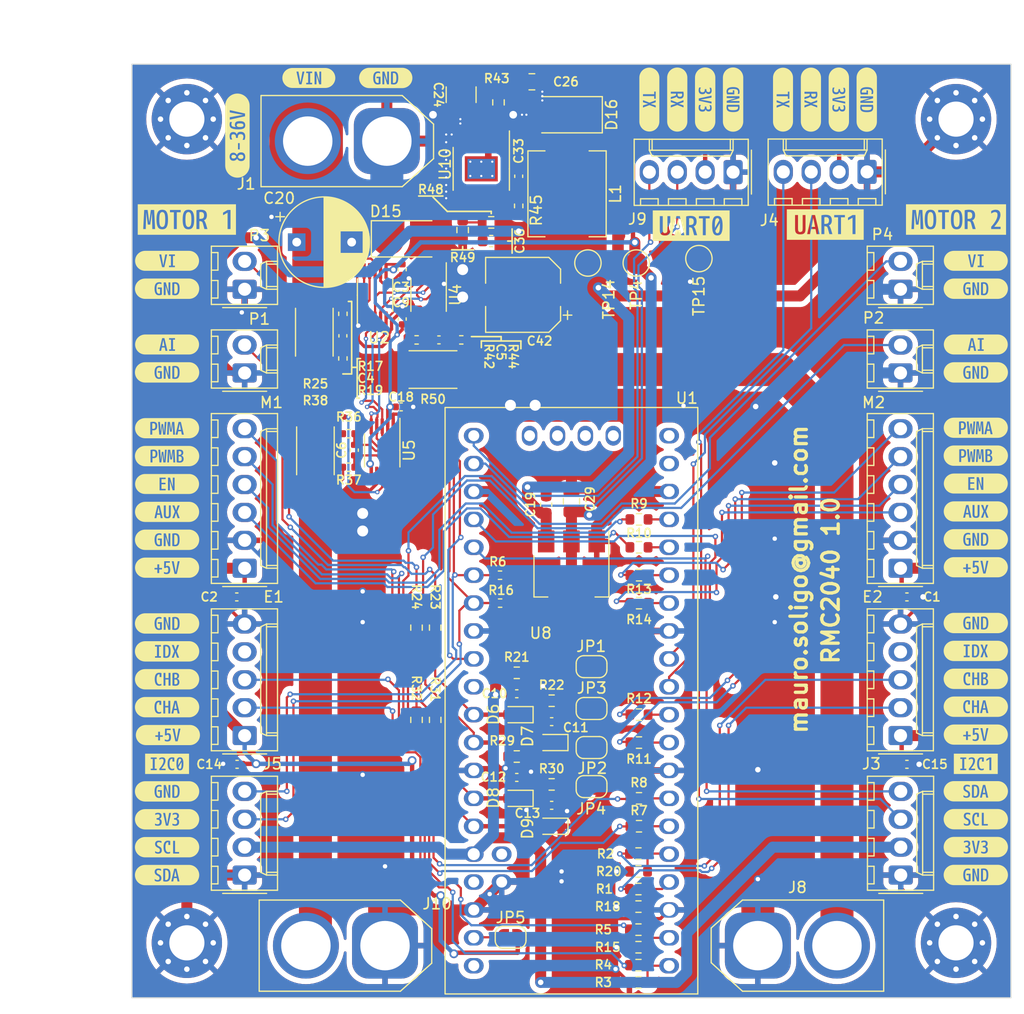
<source format=kicad_pcb>
(kicad_pcb (version 20221018) (generator pcbnew)
  (layers (0 "F.Cu" signal) (31 "B.Cu" signal) (34 "B.Paste" user) (35 "F.Paste" user) (36 "B.SilkS" user "B.Silkscreen") (37 "F.SilkS" user "F.Silkscreen") (38 "B.Mask" user) (39 "F.Mask" user) (44 "Edge.Cuts" user))
  (net 0 "")
  (net 1 "ADC_M1_CURRENT")
  (net 2 "ADC_M2_CURRENT")
  (net 3 "ADC_M1_VOLTAGE")
  (net 4 "ADC_M2_VOLTAGE")
  (net 5 "/Supply and Power/SW")
  (net 6 "Net-(C33-Pad2)")
  (net 7 "/Supply and Power/FB")
  (net 8 "MOT1_P")
  (net 9 "MOT1_N")
  (net 10 "MOT1_EN")
  (net 11 "Vdrive")
  (net 12 "MOT1_AUX")
  (net 13 "MOT2_P")
  (net 14 "MOT2_AUX")
  (net 15 "MOT2_EN")
  (net 16 "MOT2_N")
  (net 17 "I2C0-SCL")
  (net 18 "Net-(R43-Pad1)")
  (net 21 "+5V")
  (net 22 "+3V3")
  (net 23 "E1_CHA")
  (net 24 "E1_CHB")
  (net 25 "AUX1")
  (net 26 "PWMA1")
  (net 27 "PWMB1")
  (net 28 "EN1")
  (net 29 "AUX2")
  (net 30 "PWMA2")
  (net 31 "PWMB2")
  (net 32 "EN2")
  (net 33 "E2_CHA")
  (net 34 "E2_CHB")
  (net 35 "I2C0-SDA")
  (net 36 "GND")
  (net 39 "/Analog/I1")
  (net 40 "/Analog/I2")
  (net 41 "/Analog/V1")
  (net 42 "/Analog/V2")
  (net 50 "Net-(JP5-A)")
  (net 51 "BATT_OUT")
  (net 52 "Net-(JP4-A)")
  (net 53 "Net-(JP3-A)")
  (net 54 "Net-(JP2-A)")
  (net 55 "Net-(JP1-A)")
  (net 57 "/PowerOut/Vout1")
  (net 58 "/Supply and Power/BS")
  (net 59 "E1_CHA_OUT")
  (net 60 "E1_CHB_OUT")
  (net 61 "E2_CHA_OUT")
  (net 62 "E2_CHB_OUT")
  (net 65 "UART1_TX")
  (net 66 "UART1_RX")
  (net 67 "UART0_TX")
  (net 68 "UART0_RX")
  (net 69 "Net-(U5-VBUS)")
  (net 70 "Net-(U5-IN-)")
  (net 71 "Net-(U5-IN+)")
  (net 72 "Net-(U4-VBUS)")
  (net 73 "Net-(U4-IN-)")
  (net 74 "Net-(U4-IN+)")
  (net 75 "Net-(U2-VBUS)")
  (net 76 "Net-(U2-IN-)")
  (net 77 "Net-(U2-IN+)")
  (net 78 "/PowerOut/Vout2")
  (net 79 "I2C1-SDA")
  (net 80 "I2C1-SCL")
  (net 81 "I2C0-ALERT")
  (footprint "kibuzzard-654DCF59" (layer "F.Cu") (at 219.89 101.018 -90)
    (fp_text reference "kibuzzard-654DCF59" hide)
    (fp_text value "G***" hide)
  )
  (footprint "kibuzzard-654DCFC5" (layer "F.Cu") (at 176 169.09)
    (fp_text reference "kibuzzard-654DCFC5" hide)
    (fp_text value "G***" hide)
  )
  (footprint "kibuzzard-654DCF59" (layer "F.Cu") (at 232.055 101.025 -90)
    (fp_text reference "kibuzzard-654DCF59" hide)
    (fp_text value "G***" hide)
  )
  (footprint "kibuzzard-653F540C" (layer "F.Cu") (at 176 115.7)
    (fp_text reference "kibuzzard-653F540C" hide)
    (fp_text value "G***" hide)
  )
  (footprint "Resistor_SMD:R_0603_1608Metric" (layer "F.Cu") (at 218.948 157.025)
    (fp_text reference "R12")
    (fp_text value "1K")
  )
  (footprint "kibuzzard-654DCF3E" (layer "F.Cu") (at 222.43 101.018 -90)
    (fp_text reference "kibuzzard-654DCF3E" hide)
    (fp_text value "G***" hide)
  )
  (footprint "Jumper:SolderJumper-2_P1.3mm_Open_RoundedPad1.0x1.5mm" (layer "F.Cu") (at 214.63 156.464)
    (fp_text reference "JP3")
    (fp_text value "Jumper_2_Open")
  )
  (footprint "Resistor_SMD:R_0603_1608Metric" (layer "F.Cu") (at 218.9 172.9)
    (fp_text reference "R1")
    (fp_text value "1K")
  )
  (footprint "kibuzzard-6394D9EA" (layer "F.Cu") (at 182.4 104.3 90)
    (fp_text reference "kibuzzard-6394D9EA" hide)
    (fp_text value "G***" hide)
  )
  (footprint "Resistor_SMD:R_0402_1005Metric" (layer "F.Cu") (at 192.532 134.491 180)
    (fp_text reference "R37")
    (fp_text value "10Ω/S4")
  )
  (footprint "Resistor_SMD:R_0402_1005Metric" (layer "F.Cu") (at 202.774 122.9)
    (fp_text reference "R44")
    (fp_text value "10Ω/S4")
  )
  (footprint "kibuzzard-653F53E4" (layer "F.Cu") (at 176 138.56)
    (fp_text reference "kibuzzard-653F53E4" hide)
    (fp_text value "G***" hide)
  )
  (footprint "kibuzzard-654DCFBA" (layer "F.Cu") (at 249.6 169.08)
    (fp_text reference "kibuzzard-654DCFBA" hide)
    (fp_text value "G***" hide)
  )
  (footprint "Diode_SMD:D_0603_1608Metric" (layer "F.Cu") (at 207.825 157.025 180)
    (fp_text reference "D6")
    (fp_text value "PESD5V0X1BCSFYL")
  )
  (footprint "Resistor_SMD:R_2512_6332Metric_Pad1.40x3.35mm_HandSolder" (layer "F.Cu") (at 189.5 133 90)
    (fp_text reference "R38")
    (fp_text value "10mΩ 2W")
  )
  (footprint "Resistor_SMD:R_0603_1608Metric" (layer "F.Cu") (at 218.948 144.325)
    (fp_text reference "R13")
    (fp_text value "1K")
  )
  (footprint "Resistor_SMD:R_0603_1608Metric" (layer "F.Cu") (at 218.948 159.565)
    (fp_text reference "R11")
    (fp_text value "1K")
  )
  (footprint "kibuzzard-653F53EC" (layer "F.Cu") (at 249.6 148.68)
    (fp_text reference "kibuzzard-653F53EC" hide)
    (fp_text value "G***" hide)
  )
  (footprint "Katodo:rp2040_rgb" (layer "F.Cu") (at 212.8 155.755 180)
    (fp_text reference "U1")
    (fp_text value "RP2040-rgb")
  )
  (footprint "Resistor_SMD:R_0603_1608Metric" (layer "F.Cu") (at 218.948 139.245)
    (fp_text reference "R9")
    (fp_text value "1K")
  )
  (footprint "kibuzzard-653F53EC" (layer "F.Cu") (at 239.675 101.025 -90)
    (fp_text reference "kibuzzard-653F53EC" hide)
    (fp_text value "G***" hide)
  )
  (footprint "Inductor_SMD:L_Chilisin_BMRB00060612" (layer "F.Cu") (at 212.4 109.6 -90)
    (fp_text reference "L1")
    (fp_text value "47uH")
  )
  (footprint "TestPoint:TestPoint_Pad_D2.0mm" (layer "F.Cu") (at 218.7 115.9 -90)
    (fp_text reference "TP4")
    (fp_text value "TestPoint")
  )
  (footprint "MountingHole:MountingHole_3.2mm_M3_Pad_Via" (layer "F.Cu") (at 247.8 102.8)
    (fp_text reference "H1" hide)
    (fp_text value "MOUNTING_HOLE")
  )
  (footprint "kibuzzard-653F5495" (layer "F.Cu") (at 176 156.34)
    (fp_text reference "kibuzzard-653F5495" hide)
    (fp_text value "G***" hide)
  )
  (footprint "Diode_SMD:D_SMA" (layer "F.Cu") (at 212.1 102.4 180)
    (fp_text reference "D16")
    (fp_text value "SS310")
  )
  (footprint "Resistor_SMD:R_0603_1608Metric" (layer "F.Cu") (at 218.9 179.832)
    (fp_text reference "R4")
    (fp_text value "1K")
  )
  (footprint "kibuzzard-654DCF33" (layer "F.Cu") (at 237.135 101.025 -90)
    (fp_text reference "kibuzzard-654DCF33" hide)
    (fp_text value "G***" hide)
  )
  (footprint "kibuzzard-653F53EC" (layer "F.Cu") (at 176 141.1)
    (fp_text reference "kibuzzard-653F53EC" hide)
    (fp_text value "G***" hide)
  )
  (footprint "Resistor_SMD:R_0603_1608Metric" (layer "F.Cu") (at 218.948 141.785)
    (fp_text reference "R10")
    (fp_text value "1K")
  )
  (footprint "Resistor_SMD:R_0603_1608Metric" (layer "F.Cu") (at 198.7 149.1 -90)
    (fp_text reference "R24")
    (fp_text value "1K")
  )
  (footprint "Package_TO_SOT_SMD:SOT-223-3_TabPin2" (layer "F.Cu") (at 212.8 144.4 -90)
    (fp_text reference "U8")
    (fp_text value "TLV1117LV33DCYR")
  )
  (footprint "MountingHole:MountingHole_3.2mm_M3_Pad_Via" (layer "F.Cu") (at 247.8 177.8)
    (fp_text reference "H3" hide)
    (fp_text value "MOUNTING_HOLE")
  )
  (footprint "Capacitor_SMD:C_0402_1005Metric" (layer "F.Cu") (at 197.4 121 90)
    (fp_text reference "C9")
    (fp_text value "100n 16V")
  )
  (footprint "TestPoint:TestPoint_Pad_D2.0mm" (layer "F.Cu") (at 224.4 115.5)
    (fp_text reference "TP15")
    (fp_text value "TestPoint")
  )
  (footprint "Connector_Molex:Molex_KK-254_AE-6410-06A_1x06_P2.54mm_Vertical" (layer "F.Cu") (at 242.75 143.69 90)
    (fp_text reference "M2")
    (fp_text value "~")
  )
  (footprint "kibuzzard-654DCF3E" (layer "F.Cu") (at 234.595 101.025 -90)
    (fp_text reference "kibuzzard-654DCF3E" hide)
    (fp_text value "G***" hide)
  )
  (footprint "kibuzzard-653F541E" (layer "F.Cu") (at 176 125.86)
    (fp_text reference "kibuzzard-653F541E" hide)
    (fp_text value "G***" hide)
  )
  (footprint "NetTie:NetTie-2_SMD_Pad0.5mm" (layer "F.Cu") (at 191 119.1 180)
    (fp_text reference "NT3" hide)
    (fp_text value "NetTie_2" hide)
  )
  (footprint "kibuzzard-653F53D5" (layer "F.Cu") (at 176 133.48)
    (fp_text reference "kibuzzard-653F53D5" hide)
    (fp_text value "G***" hide)
  )
  (footprint "kibuzzard-653F53F2" (layer "F.Cu") (at 249.6 143.6)
    (fp_text reference "kibuzzard-653F53F2" hide)
    (fp_text value "G***" hide)
  )
  (footprint "Resistor_SMD:R_0603_1608Metric" (layer "F.Cu") (at 198.7 157.5 -90)
    (fp_text reference "R32")
    (fp_text value "1K")
  )
  (footprint "Resistor_SMD:R_0603_1608Metric" (layer "F.Cu") (at 218.9 178.2)
    (fp_text reference "R15")
    (fp_text value "1K96")
  )
  (footprint "Connector_Molex:Molex_KK-254_AE-6410-04A_1x04_P2.54mm_Vertical" (layer "F.Cu") (at 183.06 171.63 90)
    (fp_text reference "J5")
    (fp_text value "CONN_01x04")
  )
  (footprint "kibuzzard-653F5412" (layer "F.Cu") (at 176 118.24)
    (fp_text reference "kibuzzard-653F5412" hide)
    (fp_text value "G***" hide)
  )
  (footprint "Resistor_SMD:R_2512_6332Metric_Pad1.40x3.35mm_HandSolder" (layer "F.Cu") (at 189.4 122.2 90)
    (fp_text reference "R25")
    (fp_text value "10mΩ 2W")
  )
  (footprint "kibuzzard-6576B604" (layer "F.Cu") (at 223.7 112.5)
    (fp_text reference "kibuzzard-6576B604" hide)
    (fp_text value "G***" hide)
  )
  (footprint "kibuzzard-654DCFC5" (layer "F.Cu") (at 249.6 166.54)
    (fp_text reference "kibuzzard-654DCFC5" hide)
    (fp_text value "G***" hide)
  )
  (footprint "Capacitor_SMD:C_0402_1005Metric" (layer "F.Cu") (at 200.742 122.9 180)
    (fp_text reference "C5")
    (fp_text value "100n 16V")
  )
  (footprint "Connector_Molex:Molex_KK-254_AE-6410-02A_1x02_P2.54mm_Vertical" (layer "F.Cu") (at 242.75 125.91 90)
    (fp_text reference "P2")
    (fp_text value "~")
  )
  (footprint "Resistor_SMD:R_0603_1608Metric" (layer "F.Cu") (at 218.9 169.672)
    (fp_text reference "R2")
    (fp_text value "1K")
  )
  (footprint "Resistor_SMD:R_0603_1608Metric" (layer "F.Cu") (at 205.5 112.2)
    (fp_text reference "R48")
    (fp_text value "300k")
  )
  (footprint "Resistor_SMD:R_0603_1608Metric" (layer "F.Cu") (at 200.4 157.5 -90)
    (fp_text reference "R31")
    (fp_text value "1K")
  )
  (footprint "Capacitor_SMD:C_0603_1608Metric" (layer "F.Cu") (at 210.5 137.9 90)
    (fp_text reference "C19")
    (fp_text value "1u")
  )
  (footprint "Resistor_SMD:R_0603_1608Metric" (layer "F.Cu") (at 218.9 171.3)
    (fp_text reference "R20")
    (fp_text value "1K96")
  )
  (footprint "Capacitor_SMD:C_0402_1005Metric" (layer "F.Cu") (at 182.344 146.304 180)
    (fp_text reference "C2")
    (fp_text value "100n 16V")
  )
  (footprint "kibuzzard-653F55C0" (layer "F.Cu") (at 247.8 111.94)
    (fp_text reference "kibuzzard-653F55C0" hide)
    (fp_text value "G***" hide)
  )
  (footprint "Connector_Molex:Molex_KK-254_AE-6410-02A_1x02_P2.54mm_Vertical" (layer "F.Cu") (at 183.06 125.91 90)
    (fp_text reference "P1")
    (fp_text value "~")
  )
  (footprint "Resistor_SMD:R_0402_1005Metric" (layer "F.Cu") (at 198.71 122.9 180)
    (fp_text reference "R42")
    (fp_text value "10Ω/S4")
  )
  (footprint "Capacitor_SMD:C_0402_1005Metric" (layer "F.Cu") (at 207.825 155.12)
    (fp_text reference "C10")
    (fp_text value "100n 16V")
  )
  (footprint "Package_SO:VSSOP-10_3x3mm_P0.5mm" (layer "F.Cu") (at 199.8 118.8 -90)
    (fp_text reference "U4")
    (fp_text value "INA237")
  )
  (footprint "kibuzzard-654DCFB0" (layer "F.Cu") (at 176 164.01)
    (fp_text reference "kibuzzard-654DCFB0" hide)
    (fp_text value "G***" hide)
  )
  (footprint "Connector_Molex:Molex_KK-254_AE-6410-05A_1x05_P2.54mm_Vertical" (layer "F.Cu") (at 242.75 158.93 90)
    (fp_text reference "E2")
    (fp_text value "~")
  )
  (footprint "Jumper:SolderJumper-2_P1.3mm_Open_RoundedPad1.0x1.5mm" (layer "F.Cu") (at 207.264 177.292)
    (fp_text reference "JP5")
    (fp_text value "Jumper_2_Open")
  )
  (footprint "Jumper:SolderJumper-2_P1.3mm_Open_RoundedPad1.0x1.5mm" (layer "F.Cu") (at 214.63 160.02)
    (fp_text reference "JP2")
    (fp_text value "Jumper_2_Open")
  )
  (footprint "Package_SO:SOIC-8-1EP_3.9x4.9mm_P1.27mm_EP2.29x3mm_ThermalVias" (layer "F.Cu") (at 204.595 107.325 -90)
    (fp_text reference "U10")
    (fp_text value "TX4139")
  )
  (footprint "NetTie:NetTie-2_SMD_Pad0.5mm" (layer "F.Cu") (at 197.22 123.9 -90)
    (fp_text reference "NT2" hide)
    (fp_text value "NetTie_2" hide)
  )
  (footprint "kibuzzard-655CCB55" (layer "F.Cu") (at 176 161.5)
    (fp_text reference "kibuzzard-655CCB55" hide)
    (fp_text value "G***" hide)
  )
  (footprint "Resistor_SMD:R_0603_1608Metric" (layer "F.Cu") (at 206.16 101.274698 90)
    (fp_text reference "R43")
    (fp_text value "50mΩ")
  )
  (footprint "kibuzzard-653D1AE4" (layer "F.Cu") (at 195.9 99.05)
    (fp_text reference "kibuzzard-653D1AE4" hide)
    (fp_text value "G***" hide)
  )
  (footprint "Package_SO:VSSOP-10_3x3mm_P0.5mm" (layer "F.Cu") (at 194.929 118.831 90)
    (fp_text reference "U2")
    (fp_text value "INA237")
  )
  (footprint "Capacitor_SMD:C_0805_2012Metric" (layer "F.Cu") (at 209.2 99.4)
    (fp_text reference "C26")
    (fp_text value "100nF 100V")
  )
  (footprint "Jumper:SolderJumper-2_P1.3mm_Open_RoundedPad1.0x1.5mm" (layer "F.Cu") (at 214.63 163.576)
    (fp_text reference "JP4")
    (fp_text value "Jumper_2_Open")
  )
  (footprint "Capacitor_SMD:C_0402_1005Metric" (layer "F.Cu") (at 197.4 116.5 -90)
    (fp_text reference "C3")
    (fp_text value "100n 16V")
  )
  (footprint "kibuzzard-653F53D5" (layer "F.Cu") (at 249.6 133.44)
    (fp_text reference "kibuzzard-653F53D5" hide)
    (fp_text value "G***" hide)
  )
  (footprint "kibuzzard-654DCFCD" (layer "F.Cu") (at 249.6 164)
    (fp_text reference "kibuzzard-654DCFCD" hide)
    (fp_text value "G***" hide)
  )
  (footprint "Resistor_SMD:R_0603_1608Metric" (layer "F.Cu") (at 200.4 149.1 -90)
    (fp_text reference "R23")
    (fp_text value "1K")
  )
  (footprint "kibuzzard-654DCFCD" (layer "F.Cu") (at 176 171.63)
    (fp_text reference "kibuzzard-654DCFCD" hide)
    (fp_text value "G***" hide)
  )
  (footprint "Resistor_SMD:R_0402_1005Metric" (layer "F.Cu") (at 206.3 144.325 180)
    (fp_text reference "R6")
    (fp_text value "1K/S4")
  )
  (footprint "kibuzzard-653F53CF" (layer "F.Cu") (at 176 136.02)
    (fp_text reference "kibuzzard-653F53CF" hide)
    (fp_text value "G***" hide)
  )
  (footprint "Capacitor_SMD:C_0402_1005Metric" (layer "F.Cu") (at 193.04 132.939 90)
    (fp_text reference "C6")
    (fp_text value "100n 16V")
  )
  (footprint "Capacitor_THT:CP_Radial_D8.0mm_P5.00mm" (layer "F.Cu") (at 187.797349 114)
    (fp_text reference "C20")
    (fp_text value "47uF 50V")
  )
  (footprint "kibuzzard-653F53DB" (layer "F.Cu") (at 249.6 130.9)
    (fp_text reference "kibuzzard-653F53DB" hide)
    (fp_text value "G***" hide)
  )
  (footprint "Resistor_SMD:R_0603_1608Metric" (layer "F.Cu") (at 218.948 164.645)
    (fp_text reference "R8")
    (fp_text value "1K")
  )
  (footprint "Resistor_SMD:R_0603_1608Metric" (layer "F.Cu") (at 207.825 153.215)
    (fp_text reference "R21")
    (fp_text value "1K87")
  )
  (footprint "Connector_AMASS:AMASS_XT60-M_1x02_P7.20mm_Vertical" (layer "F.Cu") (at 195.834 178.054 180)
    (fp_text reference "J10")
    (fp_text value "XT60PW-M")
  )
  (footprint "kibuzzard-653F53F2" (layer "F.Cu") (at 249.6 158.84)
    (fp_text reference "kibuzzard-653F53F2" hide)
    (fp_text value "G***" hide)
  )
  (footprint "kibuzzard-653F5483" (layer "F.Cu") (at 249.6 151.22)
    (fp_text reference "kibuzzard-653F5483" hide)
    (fp_text value "G***" hide)
  )
  (footprint "Capacitor_SMD:C_0402_1005Metric" (layer "F.Cu") (at 243.332 161.544)
    (fp_text reference "C15")
    (fp_text value "100n 16V")
  )
  (footprint "Capacitor_SMD:C_0402_1005Metric" (layer "F.Cu") (at 192 122.53 90)
    (fp_text reference "C4")
    (fp_text value "100n 16V")
  )
  (footprint "kibuzzard-654DCFB0" (layer "F.Cu") (at 249.6 171.62)
    (fp_text reference "kibuzzard-654DCFB0" hide)
    (fp_text value "G***" hide)
  )
  (footprint "Diode_SMD:D_0603_1608Metric" (layer "F.Cu") (at 211 167.185 180)
    (fp_text reference "D9")
    (fp_text value "PESD5V0X1BCSFYL")
  )
  (footprint "Resistor_SMD:R_0402_1005Metric_Pad0.72x0.64mm_HandSolder" (layer "F.Cu") (at 208 110.7 90)
    (fp_text reference "R45")
    (fp_text value "10Ω/S4")
  )
  (footprint "kibuzzard-653F548C" (layer "F.Cu") (at 176 153.8)
    (fp_text reference "kibuzzard-653F548C" hide)
    (fp_text value "G***" hide)
  )
  (footprint "Resistor_SMD:R_2512_6332Metric_Pad1.40x3.35mm_HandSolder" (layer "F.Cu") (at 200.2 125.6 180)
    (fp_text reference "R50")
    (fp_text value "10mΩ 2W")
  )
  (footprint "kibuzzard-653F5182" (layer "F.Cu") (at 188.9 99.05)
    (fp_text reference "kibuzzard-653F5182" hide)
    (fp_text value "G***" hide)
  )
  (footprint "kibuzzard-653F5418" (layer "F.Cu") (at 176 123.32)
    (fp_text reference "kibuzzard-653F5418" hide)
    (fp_text value "G***" hide)
  )
  (footprint "Resistor_SMD:R_0603_1608Metric" (layer "F.Cu") (at 218.948 146.865)
    (fp_text reference "R14")
    (fp_text value "1K")
  )
  (footprint "Connector_Molex:Molex_KK-254_AE-6410-04A_1x04_P2.54mm_Vertical" (layer "F.Cu") (at 242.77 171.63 90)
    (fp_text reference "J3")
    (fp_text value "CONN_01x04")
  )
  (footprint "kibuzzard-653F53EC" (layer "F.Cu") (at 227.51 101.018 -90)
    (fp_text reference "kibuzzard-653F53EC" hide)
    (fp_text value "G***" hide)
  )
  (footprint "kibuzzard-653F53CF" (layer "F.Cu") (at 249.6 135.98)
    (fp_text reference "kibuzzard-653F53CF" hide)
    (fp_text value "G***" hide)
  )
  (footprint "Capacitor_SMD:C_0402_1005Metric" (layer "F.Cu") (at 197.3 129)
    (fp_text reference "C18")
    (fp_text value "100n 16V")
  )
  (footprint "Resistor_SMD:R_0402_1005Metric" (layer "F.Cu") (at 192 120.526 90)
    (fp_text reference "R17")
    (fp_text value "10Ω/S4")
  )
  (footprint "Connector_Molex:Molex_KK-254_AE-6410-06A_1x06_P2.54mm_Vertical" (layer "F.Cu") (at 183.06 143.69 90)
    (fp_text reference "M1")
    (fp_text value "~")
  )
  (footprint "kibuzzard-653F5483" (layer "F.Cu") (at 176 151.26)
    (fp_text reference "kibuzzard-653F5483" hide)
    (fp_text value "G***" hide)
  )
  (footprint "Resistor_SMD:R_0603_1608Metric" (layer "F.Cu") (at 218.9 174.5)
    (fp_text reference "R18")
    (fp_text value "1K96")
  )
  (footprint "kibuzzard-654DCFBA" (layer "F.Cu") (at 176 166.55)
    (fp_text reference "kibuzzard-654DCFBA" hide)
    (fp_text value "G***" hide)
  )
  (footprint "Connector_Molex:Molex_KK-254_AE-6410-02A_1x02_P2.54mm_Vertical" (layer "F.Cu") (at 183.06 118.29 90)
    (fp_text reference "P3")
    (fp_text value "~")
  )
  (footprint "kibuzzard-653F53EC" (layer "F.Cu") (at 176 148.72)
    (fp_text reference "kibuzzard-653F53EC" hide)
    (fp_text value "G***" hide)
  )
  (footprint "Connector_AMASS:AMASS_XT60-M_1x02_P7.20mm_Vertical" (layer "F.Cu") (at 229.766 178.054)
    (fp_text reference "J8")
    (fp_text value "XT60PW-M")
  )
  (footprint "Diode_SMD:D_0603_1608Metric" (layer "F.Cu") (at 211 159.565 180)
    (fp_text reference "D7")
    (fp_text value "PESD5V0X1BCSFYL")
  )
  (footprint "Resistor_SMD:R_0603_1608Metric" (layer "F.Cu") (at 202.9 112.9 90)
    (fp_text reference "R49")
    (fp_text value "57.1K")
  )
  (footprint "TestPoint:TestPoint_Pad_D2.0mm" (layer "F.Cu") (at 214.3 115.9)
    (fp_text reference "TP14")
    (fp_text value "TestPoint")
  )
  (footprint "Capacitor_SMD:C_0805_2012Metric" (layer "F.Cu") (at 212.8 137.6 90)
    (fp_text reference "C29")
    (fp_text value "10u")
  )
  (footprint "Capacitor_SMD:C_0402_1005Metric" (layer "F.Cu") (at 207.825 162.74)
    (fp_text reference "C12")
    (fp_text value "100n 16V")
  )
  (footprint "Resistor_SMD:R_0603_1608Metric" (layer "F.Cu") (at 218.948 167.185)
    (fp_text reference "R7")
    (fp_text value "1K")
  )
  (footprint "kibuzzard-653F53DB" (layer "F.Cu") (at 176 130.94)
    (fp_text reference "kibuzzard-653F53DB" hide)
    (fp_text value "G***" hide)
  )
  (footprint "Capacitor_SMD:CP_Elec_6.3x7.7" (layer "F.Cu") (at 208.4 118.8 180)
    (fp_text reference "C42")
    (fp_text value "220uF 25V")
  )
  (footprint "kibuzzard-653F53EC" (layer "F.Cu") (at 249.6 141.06)
    (fp_text reference "kibuzzard-653F53EC" hide)
    (fp_text value "G***" hide)
  )
  (footprint "Connector_Molex:Molex_KK-254_AE-6410-04A_1x04_P2.54mm_Vertical" (layer "F.Cu") (at 239.702 107.602 180)
    (fp_text reference "J4")
    (fp_text value "CONN_01x04")
  )
  (footprint "Package_SO:VSSOP-10_3x3mm_P0.5mm" (layer "F.Cu") (at 195.58 132.967 -90)
    (fp_text reference "U5")
    (fp_text value "INA237")
  )
  (footprint "kibuzzard-653F53F2" (layer "F.Cu") (at 176 143.64)
    (fp_text reference "kibuzzard-653F53F2" hide)
    (fp_text value "G***" hide)
  )
  (footprint "Capacitor_SMD:C_0402_1005Metric" (layer "F.Cu") (at 211 157.66)
    (fp_text reference "C11")
    (fp_text value "100n 16V")
  )
  (footprint "NetTie:NetTie-2_SMD_Pad0.5mm" (layer "F.Cu") (at 191.659 129.917 180)
    (fp_text reference "NT1" hide)
    (fp_text value "NetTie_2" hide)
  )
  (footprint "Capacitor_SMD:C_1210_3225Metric" (layer "F.Cu") (at 202.76 100.574698 -90)
    (fp_text reference "C24")
    (fp_text value "4.7uF 100V")
  )
  (footprint "Capacitor_SMD:C_0402_1005Metric" (layer "F.Cu") (at 243.332 146.304)
    (fp_text reference "C1")
    (fp_text value "100n 16V")
  )
  (footprint "Resistor_SMD:R_0402_1005Metric" (layer "F.Cu") (at 192.534 131.443 180)
    (fp_text reference "R36")
    (fp_text value "10Ω/S4")
  )
  (footprint "Capacitor_SMD:C_0402_1005Metric" (layer "F.Cu") (at 208 108 -90)
    (fp_text reference "C33")
    (fp_text value "100n 16V")
  )
  (footprint "Capacitor_SMD:C_0603_1608Metric" (layer "F.Cu") (at 205.5 113.9 180)
    (fp_text reference "C36")
    (fp_text value "47pf")
  )
  (footprint "Resistor_SMD:R_0603_1608Metric" (layer "F.Cu") (at 211 163.375)
    (fp_text reference "R30")
    (fp_text value "1K87")
  )
  (footprint "kibuzzard-653F53E4" (layer "F.Cu") (at 249.6 138.52)
    (fp_text reference "kibuzzard-653F53E4" hide)
    (fp_text value "G***" hide)
  )
  (footprint "MountingHole:MountingHole_3.2mm_M3_Pad_Via" (layer "F.Cu") (at 177.8 102.8)
    (fp_text reference "H2" hide)
    (fp_text value "MOUNTING_HOLE")
  )
  (footprint "kibuzzard-653F548C" (layer "F.Cu") (at 249.6 153.76)
    (fp_text reference "kibuzzard-653F548C" hide)
    (fp_text value "G***" hide)
  )
  (footprint "Diode_SMD:D_0603_1608Metric" (layer "F.Cu") (at 207.825 164.645 180)
    (fp_text reference "D8")
    (fp_text value "PESD5V0X1BCSFYL")
  )
  (footprint "Resistor_SMD:R_0603_1608Metric" (layer "F.Cu") (at 218.9 176.6)
    (fp_text reference "R5")
    (fp_text value "1K")
  )
  (footprint "Jumper:SolderJumper-2_P1.3mm_Open_RoundedPad1.0x1.5mm" (layer "F.Cu") (at 214.63 152.654)
    (fp_text reference "JP1")
    (fp_text value "Jumper_2_Open")
  )
  (footprint "kibuzzard-653F541E" (layer "F.Cu") (at 249.6 125.86)
    (fp_text reference "kibuzzard-653F541E" hide)
    (fp_text value "G***" hide)
  )
  (footprint "kibuzzard-654DCF33" (layer "F.Cu") (at 224.97 101.018 -90)
    (fp_text reference "kibuzzard-654DCF33" hide)
    (fp_text value "G***" hide)
  )
  (footprint "kibuzzard-653F540C" (layer "F.Cu") (at 249.6 115.7)
    (fp_text reference "kibuzzard-653F540C" hide)
    (fp_text value "G***" hide)
  )
  (footprint "Capacitor_SMD:C_0402_1005Metric" (layer "F.Cu") (at 182.372 161.544 180)
    (fp_text reference "C14")
    (fp_text value "100n 16V")
  )
  (footprint "kibuzzard-653F53F2" (layer "F.Cu") (at 176.074 158.88)
    (fp_text reference "kibuzzard-653F53F2" hide)
    (fp_text value "G***" hide)
  )
  (footprint "Connector_Molex:Molex_KK-254_AE-6410-05A_1x05_P2.54mm_Vertical" (layer "F.Cu") (at 183.06 158.93 90)
    (fp_text reference "E1")
    (fp_text value "~")
  )
  (footprint "kibuzzard-655CCBF1" (layer "F.Cu") (at 249.6 161.5)
    (fp_text reference "kibuzzard-655CCBF1" hide)
    (fp_text value "G***" hide)
  )
  (footprint "Connector_Molex:Molex_KK-254_AE-6410-02A_1x02_P2.54mm_Vertical" (layer "F.Cu") (at 242.75 118.29 90)
    (fp_text reference "P4")
    (fp_text value "~")
  )
  (footprint "Resistor_SMD:R_0603_1608Metric" (layer "F.Cu") (at 207.825 160.835)
    (fp_text reference "R29")
    (fp_text value "1K87")
  )
  (footprint "Connector_Molex:Molex_KK-254_AE-6410-04A_1x04_P2.54mm_Vertical" (layer "F.Cu") (at 227.51 107.622 180)
    (fp_text reference "J9")
    (fp_text value "CONN_01x04")
  )
  (footprint "kibuzzard-653F5412" (layer "F.Cu") (at 249.6 118.24)
    (fp_text reference "kibuzzard-653F5412" hide)
    (fp_text value "G***" hide)
  )
  (footprint "kibuzzard-653F5495" (layer "F.Cu") (at 249.6 156.3)
    (fp_text reference "kibuzzard-653F5495" hide)
    (fp_text value "G***" hide)
  )
  (footprint "Resistor_SMD:R_0603_1608Metric" (layer "F.Cu") (at 211 155.755)
    (fp_text reference "R22")
    (fp_text value "1K87")
  )
  (footprint "kibuzzard-6576B615" (layer "F.Cu") (at 235.9 112.4)
    (fp_text reference "kibuzzard-6576B615" hide)
    (fp_text value "G***" hide)
  )
  (footprint "Diode_SMD:D_SMA" (layer "F.Cu") (at 198.1 113.7)
    (fp_text reference "D15")
    (fp_text value "SMAJ51A")
  )
  (footprint "Connector_AMASS:AMASS_XT60-F_1x02_P7.20mm_Vertical" (layer "F.Cu") (at 196 104.8 180)
    (fp_text reference "J1")
    (fp_text value "XT60PW-F")
  )
  (footprint "Capacitor_SMD:C_0402_1005Metric" (layer "F.Cu") (at 211 165.28)
    (fp_text reference "C13")
    (fp_text value "100n 16V")
  )
  (footprint "Resistor_SMD:R_0402_1005Metric" (layer "F.Cu") (at 206.31 146.865 180)
    (fp_text reference "R16")
    (fp_text value "1K/S4")
  )
  (footprint "MountingHole:MountingHole_3.2mm_M3_Pad_Via" (layer "F.Cu") (at 177.8 177.8)
    (fp_text reference "H4" hide)
    (fp_text value "MOUNTING_HOLE")
  )
  (footprint "kibuzzard-653F5418" (layer "F.Cu") (at 249.6 123.32)
    (fp_text reference "kibuzzard-653F5418" hide)
    (fp_text value "G***" hide)
  )
  (footprint "Resistor_SMD:R_0402_1005Metric" (layer "F.Cu") (at 192 124.59 -90)
    (fp_text reference "R19")
    (fp_text value "10Ω/S4")
  )
  (footprint "Resistor_SMD:R_0603_1608Metric" (layer "F.Cu") (at 218.9 181.4)
    (fp_text reference "R3")
    (fp_text value "1K96")
  )
  (footprint "kibuzzard-653F5379" (layer "F.Cu") (at 177.8 111.94)
    (fp_text reference "kibuzzard-653F5379" hide)
    (fp_text value "G***" hide)
  )
  (gr_line (start 198.9 109.8) (end 201.1 109.8) (stroke (width 0.15)) (layer "F.SilkS"))
  (gr_line (start 193.3 125.4) (end 192.9 125.4) (stroke (width 0.15)) (layer "F.SilkS"))
  (gr_line (start 192.8 125.6) (end 192.8 126) (stroke (width 0.15)) (layer "F.SilkS"))
  (gr_line (start 202.9 114.4) (end 202.9 114.7) (stroke (width 0.15)) (layer "F.SilkS"))
  (gr_line (start 207.4 112.8) (end 207.4 115) (stroke (width 0.15)) (layer "F.SilkS"))
  (gr_line (start 205.5 111.4) (end 205.5 111.2) (stroke (width 0.15)) (layer "F.SilkS"))
  (gr_line (start 193.3 128.2) (end 193.5 128.2) (stroke (width 0.15)) (layer "F.SilkS"))
  (gr_line (start 205.5 111.2) (end 201.5 111.2) (stroke (width 0.15)) (layer "F.SilkS"))
  (gr_line (start 203.7 122.6) (end 206.4 122.6) (stroke (width 0.15)) (layer "F.SilkS"))
  (gr_line (start 193.6 124.6) (end 193.4 124.6) (stroke (width 0.15)) (layer "F.SilkS"))
  (gr_line (start 207.4 113.9) (end 207 113.9) (stroke (width 0.15)) (layer "F.SilkS"))
  (gr_line (start 192.5 119.4) (end 192.8 119.4) (stroke (width 0.15)) (layer "F.SilkS"))
  (gr_line (start 204.6 123) (end 204.6 123.6) (stroke (width 0.15)) (layer "F.SilkS"))
  (gr_line (start 208.2 123.7) (end 208.2 123) (stroke (width 0.15)) (layer "F.SilkS"))
  (gr_line (start 206.4 122.6) (end 206.4 123) (stroke (width 0.15)) (layer "F.SilkS"))
  (gr_line (start 208.2 123) (end 204.6 123) (stroke (width 0.15)) (layer "F.SilkS"))
  (gr_line (start 193.3 124.6) (end 193.3 128.2) (stroke (width 0.15)) (layer "F.SilkS"))
  (gr_line (start 192.8 126) (end 192 126) (stroke (width 0.15)) (layer "F.SilkS"))
  (gr_line (start 193.4 124.6) (end 193.3 124.6) (stroke (width 0.15)) (layer "F.SilkS"))
  (gr_line (start 201.9 114.7) (end 203.9 114.7) (stroke (width 0.15)) (layer "F.SilkS"))
  (gr_line (start 192.8 119.4) (end 192.8 125.6) (stroke (width 0.15)) (layer "F.SilkS"))
  (gr_line (start 201.5 111.2) (end 200.2 109.9) (stroke (width 0.15)) (layer "F.SilkS"))
  (gr_rect (start 172.8 97.8) (end 252.8 182.8) (stroke (width 0.1)) (fill none) (layer "Edge.Cuts"))
  (gr_text "mauro.soligo@gmail.com" (at 233.5 144.7 90) (layer "F.SilkS") (effects (font (size 1.5 1.5) (thickness 0.3))))
  (gr_text "RMC2040 1.0" (at 236.4 144.8 90) (layer "F.SilkS") (effects (font (size 1.5 1.5) (thickness 0.3))))
  (segment (start 200.4 153.515) (end 203.91 157.025) (width 0.2) (layer "F.Cu") (net 1))
  (segment (start 207.05 155.12) (end 207.05 153.265) (width 0.4) (layer "F.Cu") (net 1))
  (segment (start 203.91 157.025) (end 207.0375 157.025) (width 0.4) (layer "F.Cu") (net 1))
  (segment (start 200.4 149.925) (end 200.4 153.515) (width 0.2) (layer "F.Cu") (net 1))
  (segment (start 207.0375 155.1325) (end 207.05 155.12) (width 0.4) (layer "F.Cu") (net 1))
  (segment (start 207.0375 157.025) (end 207.0375 155.1325) (width 0.4) (layer "F.Cu") (net 1))
  (segment (start 207.05 153.265) (end 207 153.215) (width 0.4) (layer "F.Cu") (net 1))
  (segment (start 199.5 154.255) (end 203.91 158.665) (width 0.2) (layer "F.Cu") (net 2))
  (segment (start 210.225 155.805) (end 210.175 155.755) (width 0.4) (layer "F.Cu") (net 2))
  (segment (start 203.91 158.665) (end 203.91 159.565) (width 0.2) (layer "F.Cu") (net 2))
  (segment (start 210.225 157.66) (end 210.225 155.805) (width 0.4) (layer "F.Cu") (net 2))
  (segment (start 203.91 159.565) (end 210.2125 159.565) (width 0.4) (layer "F.Cu") (net 2))
  (segment (start 210.2125 159.565) (end 210.2125 157.6725) (width 0.4) (layer "F.Cu") (net 2))
  (segment (start 198.7 149.925) (end 199.5 150.725) (width 0.2) (layer "F.Cu") (net 2))
  (segment (start 199.5 150.725) (end 199.5 154.255) (width 0.2) (layer "F.Cu") (net 2))
  (segment (start 210.2125 157.6725) (end 210.225 157.66) (width 0.4) (layer "F.Cu") (net 2))
  (segment (start 203.91 164.645) (end 207.0375 164.645) (width 0.4) (layer "F.Cu") (net 3))
  (segment (start 201.05 161.785) (end 203.91 164.645) (width 0.2) (layer "F.Cu") (net 3))
  (segment (start 200.4 158.325) (end 201.05 158.975) (width 0.2) (layer "F.Cu") (net 3))
  (segment (start 201.05 158.975) (end 201.05 161.785) (width 0.2) (layer "F.Cu") (net 3))
  (segment (start 207.6 164.0825) (end 207.6 161.435) (width 0.4) (layer "F.Cu") (net 3))
  (segment (start 207.0375 164.645) (end 207.6 164.0825) (width 0.4) (layer "F.Cu") (net 3))
  (segment (start 207.6 161.435) (end 207 160.835) (width 0.4) (layer "F.Cu") (net 3))
  (segment (start 210.225 165.28) (end 210.225 163.425) (width 0.4) (layer "F.Cu") (net 4))
  (segment (start 199.175 158.325) (end 200.649999 159.799999) (width 0.2) (layer "F.Cu") (net 4))
  (segment (start 210.2125 165.2925) (end 210.225 165.28) (width 0.4) (layer "F.Cu") (net 4))
  (segment (start 210.225 163.425) (end 210.175 163.375) (width 0.4) (layer "F.Cu") (net 4))
  (segment (start 198.7 158.325) (end 199.175 158.325) (width 0.2) (layer "F.Cu") (net 4))
  (segment (start 200.649999 163.924999) (end 203.91 167.185) (width 0.2) (layer "F.Cu") (net 4))
  (segment (start 203.91 167.185) (end 210.2125 167.185) (width 0.4) (layer "F.Cu") (net 4))
  (segment (start 210.2125 167.185) (end 210.2125 165.2925) (width 0.4) (layer "F.Cu") (net 4))
  (segment (start 200.649999 159.799999) (end 200.649999 163.924999) (width 0.2) (layer "F.Cu") (net 4))
  (segment (start 208.225 106.575) (end 212.4 106.575) (width 0.4) (layer "F.Cu") (net 5))
  (segment (start 206.5 104.85) (end 208.225 106.575) (width 0.4) (layer "F.Cu") (net 5))
  (segment (start 208 107.52) (end 208 106.8) (width 0.4) (layer "F.Cu") (net 5))
  (segment (start 208 106.8) (end 208.225 106.575) (width 0.4) (layer "F.Cu") (net 5))
  (segment (start 214.1 104.875) (end 212.4 106.575) (width 0.4) (layer "F.Cu") (net 5))
  (segment (start 214.1 102.4) (end 214.1 104.875) (width 0.4) (layer "F.Cu") (net 5))
  (segment (start 208 110.1025) (end 208 108.48) (width 0.2) (layer "F.Cu") (net 6))
  (segment (start 204.725 112.25) (end 204.675 112.2) (width 0.2) (layer "F.Cu") (net 7))
  (segment (start 204.675 112.2) (end 203 112.2) (width 0.2) (layer "F.Cu") (net 7))
  (segment (start 204.725 113.9) (end 204.725 112.25) (width 0.2) (layer "F.Cu") (net 7))
  (segment (start 202.69 109.8) (end 202.69 111.89) (width 0.2) (layer "F.Cu") (net 7))
  (segment (start 202.69 111.89) (end 203 112.2) (width 0.2) (layer "F.Cu") (net 7))
  (segment (start 221.69 167.185) (end 219.773 167.185) (width 0.2) (layer "F.Cu") (net 8))
  (segment (start 221.69 164.645) (end 219.773 164.645) (width 0.2) (layer "F.Cu") (net 9))
  (segment (start 219.773 139.245) (end 221.69 139.245) (width 0.2) (layer "F.Cu") (net 10))
  (segment (start 208.25 99.4) (end 207.95 99.1) (width 1) (layer "F.Cu") (net 11))
  (segment (start 204.585 99.099698) (end 202.76 99.099698) (width 0.6) (layer "F.Cu") (net 11))
  (segment (start 189.516 105.516) (end 188.8 104.8) (width 3) (layer "F.Cu") (net 11))
  (segment (start 196.1 111.5) (end 195.3 110.7) (width 3) (layer "F.Cu") (net 11))
  (segment (start 205.185 100.449698) (end 205.06 100.574698) (width 0.6) (layer "F.Cu") (net 11))
  (segment (start 195.3 110.7) (end 190 110.7) (width 3) (layer "F.Cu") (net 11))
  (segment (start 189.4 119.15) (end 189.4 113.9) (width 0.4) (layer "F.Cu") (net 11))
  (segment (start 205.06 102.67678) (end 205.06 100.574698) (width 0.6) (layer "F.Cu") (net 11))
  (segment (start 190 110.7) (end 188.8 109.5) (width 3) (layer "F.Cu") (net 11))
  (segment (start 189.899698 99.099698) (end 202.76 99.099698) (width 1) (layer "F.Cu") (net 11))
  (segment (start 191.5 119.835999) (end 190.085999 119.835999) (width 0.2) (layer "F.Cu") (net 11))
  (segment (start 191.680001 120.016) (end 191.5 119.835999) (width 0.2) (layer "F.Cu") (net 11))
  (segment (start 190.085999 119.835999) (end 189.4 119.15) (width 0.2) (layer "F.Cu") (net 11))
  (segment (start 188.8 99.6) (end 189.4 99.1) (width 1) (layer "F.Cu") (net 11))
  (segment (start 205.06 100.574698) (end 205.06 99.574698) (width 0.6) (layer "F.Cu") (net 11))
  (segment (start 207.95 99.1) (end 202.760302 99.1) (width 1) (layer "F.Cu") (net 11))
  (segment (start 187.797349 114) (end 189.3 114) (width 0.4) (layer "F.Cu") (net 11))
  (segment (start 188.8 109.5) (end 188.8 104.8) (width 3) (layer "F.Cu") (net 11))
  (segment (start 202.760302 99.1) (end 202.76 99.099698) (width 1) (layer "F.Cu") (net 11))
  (segment (start 203.96 104.85) (end 203.96 103.77678) (width 0.6) (layer "F.Cu") (net 11))
  (segment (start 192 120.016) (end 191.680001 120.016) (width 0.2) (layer "F.Cu") (net 11))
  (segment (start 188.8 104.8) (end 188.8 99.6) (width 1) (layer "F.Cu") (net 11))
  (segment (start 189.4 99.1) (end 189.899698 99.099698) (width 1) (layer "F.Cu") (net 11))
  (segment (start 189.3 114) (end 189.4 113.9) (width 0.4) (layer "F.Cu") (net 11))
  (segment (start 203.96 103.77678) (end 205.06 102.67678) (width 0.6) (layer "F.Cu") (net 11))
  (segment (start 196.1 113.7) (end 196.1 111.5) (width 3) (layer "F.Cu") (net 11))
  (segment (start 189.4 111.3) (end 190 110.7) (width 0.4) (layer "F.Cu") (net 11))
  (segment (start 206.16 100.449698) (end 205.185 100.449698) (width 0.6) (layer "F.Cu") (net 11))
  (segment (start 205.06 99.574698) (end 204.585 99.099698) (width 0.6) (layer "F.Cu") (net 11))
  (segment (start 189.4 113.9) (end 189.4 111.3) (width 0.4) (layer "F.Cu") (net 11))
  (segment (start 219.773 141.785) (end 221.69 141.785) (width 0.2) (layer "F.Cu") (net 12))
  (segment (start 221.69 159.565) (end 219.773 159.565) (width 0.2) (layer "F.Cu") (net 13))
  (segment (start 219.773 146.865) (end 221.69 146.865) (width 0.2) (layer "F.Cu") (net 14))
  (segment (start 219.773 144.325) (end 221.69 144.325) (width 0.2) (layer "F.Cu") (net 15))
  (segment (start 221.69 157.025) (end 219.773 157.025) (width 0.2) (layer "F.Cu") (net 16))
  (segment (start 196.627818 119.672182) (end 196.627818 120.332182) (width 0.2) (layer "F.Cu") (net 17))
  (segment (start 201.7 143.951471) (end 201.7 134.8) (width 0.2) (layer "F.Cu") (net 17))
  (segment (start 195.134314 132.6) (end 194.58 132.045686) (width 0.2) (layer "F.Cu") (net 17))
  (segment (start 195.829001 122.000172) (end 195.737469 122.091704) (width 0.2) (layer "F.Cu") (net 17))
  (segment (start 195.929 121.031) (end 195.929 121.78841) (width 0.2) (layer "F.Cu") (net 17))
  (segment (start 195.929 121.78841) (end 195.829 121.88841) (width 0.2) (layer "F.Cu") (net 17))
  (segment (start 187.5 165.85) (end 186.8 166.55) (width 0.2) (layer "F.Cu") (net 17))
  (segment (start 195.829 121.88841) (end 195.829001 122.000172) (width 0.2) (layer "F.Cu") (net 17))
  (segment (start 201.6 144.555) (end 201.6 144.051471) (width 0.2) (layer "F.Cu") (net 17))
  (segment (start 195.737469 122.462531) (end 195.3 122.9) (width 0.2) (layer "F.Cu") (net 17))
  (segment (start 203.91 146.865) (end 201.6 144.555) (width 0.2) (layer "F.Cu") (net 17))
  (segment (start 201.6 144.051471) (end 201.7 143.951471) (width 0.2) (layer "F.Cu") (net 17))
  (segment (start 194.58 130.767) (end 194.58 129.62) (width 0.2) (layer "F.Cu") (net 17))
  (segment (start 198.8 116.6) (end 198.8 117.5) (width 0.2) (layer "F.Cu") (net 17))
  (segment (start 196.627818 120.332182) (end 195.929 121.031) (width 0.2) (layer "F.Cu") (net 17))
  (segment (start 198.8 117.5) (end 196.627818 119.672182) (width 0.2) (layer "F.Cu") (net 17))
  (segment (start 202.6 147.555) (end 202.6 150.6) (width 0.2) (layer "F.Cu") (net 17))
  (segment (start 194.58 129.62) (end 194.6 129.6) (width 0.2) (layer "F.Cu") (net 17))
  (segment (start 199.5 132.6) (end 195.134314 132.6) (width 0.2) (layer "F.Cu") (net 17))
  (segment (start 194.58 132.045686) (end 194.58 130.767) (width 0.2) (layer "F.Cu") (net 17))
  (segment (start 187.5 155.8) (end 187.5 165.85) (width 0.2) (layer "F.Cu") (net 17))
  (segment (start 205.8 146.865) (end 203.91 146.865) (width 0.2) (layer "F.Cu") (net 17))
  (segment (start 205.8 146.865) (end 203.29 146.865) (width 0.2) (layer "F.Cu") (net 17))
  (segment (start 201.7 134.8) (end 199.5 132.6) (width 0.2) (layer "F.Cu") (net 17))
  (segment (start 195.737469 122.091704) (end 195.737469 122.462531) (width 0.2) (layer "F.Cu") (net 17))
  (segment (start 203.29 146.865) (end 202.6 147.555) (width 0.2) (layer "F.Cu") (net 17))
  (via (at 202.6 150.6) (size 0.5) (drill 0.25) (layers "F.Cu" "B.Cu") (net 17))
  (via (at 186.8 166.55) (size 0.5) (drill 0.25) (layers "F.Cu" "B.Cu") (net 17))
  (via locked (at 194.6 129.6) (size 0.4) (drill 0.2) (layers "F.Cu" "B.Cu") (net 17))
  (via (at 195.3 122.9) (size 0.4) (drill 0.2) (layers "F.Cu" "B.Cu") (net 17))
  (via (at 187.5 155.8) (size 0.5) (drill 0.25) (layers "F.Cu" "B.Cu") (net 17))
  (segment (start 202.71 150.71) (end 202.6 150.6) (width 0.2) (layer "B.Cu") (net 17))
  (segment (start 183.06 166.55) (end 186.8 166.55) (width 0.2) (layer "B.Cu") (net 17))
  (segment (start 202.71 152.359214) (end 202.71 150.71) (width 0.2) (layer "B.Cu") (net 17))
  (segment (start 199.269214 155.8) (end 202.71 152.359214) (width 0.2) (layer "B.Cu") (net 17))
  (segment (start 195.3 129.37142) (end 195.07142 129.6) (width 0.2) (layer "B.Cu") (net 17))
  (segment (start 187.5 155.8) (end 199.269214 155.8) (width 0.2) (layer "B.Cu") (net 17))
  (segment (start 195.07142 129.6) (end 194.6 129.6) (width 0.2) (layer "B.Cu") (net 17))
  (segment (start 195.3 122.9) (end 195.3 129.37142) (width 0.2) (layer "B.Cu") (net 17))
  (segment (start 206.16 102.874698) (end 206.16 102.099698) (width 0.6) (layer "F.Cu") (net 18))
  (segment (start 205.23 104.85) (end 205.23 106.31) (width 0.6) (layer "F.Cu") (net 18))
  (segment (start 205.23 106.31) (end 205.595 106.675) (width 0.6) (layer "F.Cu") (net 18))
  (segment (start 205.23 104.85) (end 205.23 103.804698) (width 0.6) (layer "F.Cu") (net 18))
  (segment (start 205.23 103.804698) (end 206.16 102.874698) (width 0.6) (layer "F.Cu") (net 18))
  (segment (start 239.8 112.7) (end 233.6 118.9) (width 1) (layer "F.Cu") (net 21))
  (segment (start 247 143.9) (end 246.79 143.69) (width 1) (layer "F.Cu") (net 21))
  (segment (start 212.4 112.625) (end 212.4 115.3) (width 0.4) (layer "F.Cu") (net 21))
  (segment (start 200.3 173.5) (end 200.9 173.5) (width 0.4) (layer "F.Cu") (net 21))
  (segment (start 180.2 143.69) (end 180.1 143.59) (width 1) (layer "F.Cu") (net 21))
  (segment (start 206.325 113.85) (end 206.275 113.9) (width 0.4) (layer "F.Cu") (net 21))
  (segment (start 206.325 112.9) (end 206.325 113.85) (width 0.4) (layer "F.Cu") (net 21))
  (segment (start 207.914 178.686) (end 207.9 178.7) (width 0.4) (layer "F.Cu") (net 21))
  (segment (start 180.1 155.97) (end 180.1 143.79) (width 1) (layer "F.Cu") (net 21))
  (segment (start 210.025 138.675) (end 208.8 137.45) (width 1) (layer "F.Cu") (net 21))
  (segment (start 183.06 158.93) (end 180.1 155.97) (width 1) (layer "F.Cu") (net 21))
  (segment (start 183.06 143.69) (end 180.2 143.69) (width 1) (layer "F.Cu") (net 21))
  (segment (start 198.3 171.5) (end 200.3 173.5) (width 0.4) (layer "F.Cu") (net 21))
  (segment (start 198.3 161.2) (end 198.3 171.5) (width 0.4) (layer "F.Cu") (net 21))
  (segment (start 180.1 143.79) (end 180.2 143.69) (width 1) (layer "F.Cu") (net 21))
  (segment (start 242.852 143.792) (end 242.75 143.69) (width 0.4) (layer "F.Cu") (net 21))
  (segment (start 182.824 146.304) (end 183.06 146.068) (width 0.4) (layer "F.Cu") (net 21))
  (segment (start 242.852 146.304) (end 242.852 143.792) (width 0.4) (layer "F.Cu") (net 21))
  (segment (start 208 113) (end 212.025 113) (width 1) (layer "F.Cu") (net 21))
  (segment (start 212.9 118.8) (end 213.550002 118.149998) (width 0.4) (layer "F.Cu") (net 21))
  (segment (start 213.550002 118.149998) (end 215.249998 118.149998) (width 0.4) (layer "F.Cu") (net 21))
  (segment (start 206.325 112.2) (end 206.325 112.9) (width 0.4) (layer "F.Cu") (net 21))
  (segment (start 213 118.9) (end 212.9 118.8) (width 1) (layer "F.Cu") (net 21))
  (segment (start 184.1 161.5) (end 182.896 161.5) (width 0.4) (layer "F.Cu") (net 21))
  (segment (start 246.79 143.69) (end 242.75 143.69) (width 1) (layer "F.Cu") (net 21))
  (segment (start 183.06 146.068) (end 183.06 143.69) (width 0.4) (layer "F.Cu") (net 21))
  (segment (start 247 158.8) (end 247 143.9) (width 1) (layer "F.Cu") (net 21))
  (segment (start 246.87 158.93) (end 247 158.8) (width 1) (layer "F.Cu") (net 21))
  (segment (start 180.1 143.59) (end 180.1 116.2) (width 1) (layer "F.Cu") (net 21))
  (segment (start 208.8 137.45) (end 208.8 136.3) (width 1) (layer "F.Cu") (net 21))
  (segment (start 212.4 115.3) (end 215.249998 118.149998) (width 0.4) (layer "F.Cu") (net 21))
  (segment (start 245.4 112.7) (end 239.8 112.7) (width 1) (layer "F.Cu") (net 21))
  (segment (start 182.896 161.5) (end 182.852 161.544) (width 0.4) (layer "F.Cu") (net 21))
  (segment (start 180.1 116.2) (end 182.7 113.6) (width 1) (layer "F.Cu") (net 21))
  (segment (start 212.9 118.8) (end 211.1 118.8) (width 1) (layer "F.Cu") (net 21))
  (segment (start 212.025 113) (end 212.4 112.625) (width 1) (layer "F.Cu") (net 21))
  (segment (start 210.5 138.675) (end 210.025 138.675) (width 1) (layer "F.Cu") (net 21))
  (segment (start 210.5 141.25) (end 210.5 138.675) (width 1) (layer "F.Cu") (net 21))
  (segment (start 182.7 113.6) (end 184.1 113.6) (width 1) (layer "F.Cu") (net 21))
  (segment (start 247 114.3) (end 245.4 112.7) (width 1) (layer "F.Cu") (net 21))
  (segment (start 242.75 158.93) (end 246.87 158.93) (width 1) (layer "F.Cu") (net 21))
  (segment (start 242.852 161.544) (end 242.852 159.032) (width 0.4) (layer "F.Cu") (net 21))
  (segment (start 247 143.9) (end 247 114.3) (width 1) (layer "F.Cu") (net 21))
  (segment (start 207.914 177.292) (end 207.914 178.686) (width 0.4) (layer "F.Cu") (net 21))
  (segment (start 208 113) (end 206.425 113) (width 0.4) (layer "F.Cu") (net 21))
  (segment (start 206.425 113) (end 206.325 112.9) (width 0.4) (layer "F.Cu") (net 21))
  (segment (start 233.6 118.9) (end 213 118.9) (width 1) (layer "F.Cu") (net 21))
  (segment (start 202.199998 178.7) (end 202.1 178.799998) (width 0.4) (layer "F.Cu") (net 21))
  (segment (start 242.852 159.032) (end 242.75 158.93) (width 0.4) (layer "F.Cu") (net 21))
  (segment (start 207.9 178.7) (end 202.199998 178.7) (width 0.4) (layer "F.Cu") (net 21))
  (via (at 200.9 173.5) (size 0.8) (drill 0.5) (layers "F.Cu" "B.Cu") (net 21))
  (via (at 184.1 161.5) (size 0.8) (drill 0.5) (layers "F.Cu" "B.Cu") (net 21))
  (via (at 184.1 113.6) (size 0.8) (drill 0.5) (layers "F.Cu" "B.Cu") (net 21))
  (via (at 215.249998 118.149998) (size 0.8) (drill 0.5) (layers "F.Cu" "B.Cu") (net 21))
  (via (at 202.1 178.799998) (size 0.8) (drill 0.5) (layers "F.Cu" "B.Cu") (net 21))
  (via (at 198.3 161.2) (size 0.8) (drill 0.5) (layers "F.Cu" "B.Cu") (net 21))
  (via (at 208.8 136.3) (size 0.8) (drill 0.5) (layers "F.Cu" "B.Cu") (net 21))
  (via (at 208 113) (size 0.8) (drill 0.5) (layers "F.Cu" "B.Cu") (net 21))
  (segment (start 208 113) (end 198.1 113) (width 1) (layer "B.Cu") (net 21))
  (segment (start 208.8 136.3) (end 214.9 136.3) (width 1) (layer "B.Cu") (net 21))
  (segment (start 202.1 178.799998) (end 200.9 177.599998) (width 0.4) (layer "B.Cu") (net 21))
  (segment (start 200.9 177.599998) (end 200.9 173.5) (width 0.4) (layer "B.Cu") (net 21))
  (segment (start 184.1 161.5) (end 198 161.5) (width 0.4) (layer "B.Cu") (net 21))
  (segment (start 194.4 116.7) (end 187.2 116.7) (width 1) (layer "B.Cu") (net 21))
  (segment (start 183.06 158.93) (end 183.06 160.46) (width 0.4) (layer "B.Cu") (net 21))
  (segment (start 218.01 120.91) (end 215.249998 118.149998) (width 1) (layer "B.Cu") (net 21))
  (segment (start 198 161.5) (end 198.3 161.2) (width 0.4) (layer "B.Cu") (net 21))
  (segment (start 187.2 116.7) (end 184.1 113.6) (width 1) (layer "B.Cu") (net 21))
  (segment (start 218.01 133.19) (end 218.01 120.91) (width 1) (layer "B.Cu") (net 21))
  (segment (start 198.1 113) (end 194.4 116.7) (width 1) (layer "B.Cu") (net 21))
  (segment (start 214.9 136.3) (end 218.01 133.19) (width 1) (layer "B.Cu") (net 21))
  (segment (start 183.06 160.46) (end 184.1 161.5) (width 0.4) (layer "B.Cu") (net 21))
  (segment (start 237.2 104.1) (end 225.1 104.1) (width 0.4) (layer "F.Cu") (net 22))
  (segment (start 218.4 104.1) (end 218.4 113.84703) (width 0.4) (layer "F.Cu") (net 22))
  (segment (start 212.8 141.25) (end 212.8 138.55) (width 1) (layer "F.Cu") (net 22))
  (segment (start 207.825 146.9) (end 207.825 147.475) (width 0.4) (layer "F.Cu") (net 22))
  (segment (start 207.9 147.55) (end 207.9 147.6) (width 1) (layer "F.Cu") (net 22))
  (segment (start 225.1 104.1) (end 224.97 104.23) (width 0.4) (layer "F.Cu") (net 22))
  (segment (start 237.162 107.602) (end 237.162 104.138) (width 0.4) (layer "F.Cu") (net 22))
  (segment (start 224.97 104.23) (end 224.97 107.622) (width 0.4) (layer "F.Cu") (net 22))
  (segment (start 198.8 121) (end 198.8 121.5) (width 0.25) (layer "F.Cu") (net 22))
  (segment (start 206.81 144.325) (end 207.825 144.325) (width 0.4) (layer "F.Cu") (net 22))
  (segment (start 214.122777 138.55) (end 214.422777 138.85) (width 1) (layer "F.Cu") (net 22))
  (segment (start 194.58 135.167) (end 194.58 134.286939) (width 0.3) (layer "F.Cu") (net 22))
  (segment (start 203.91 169.725) (end 205.39755 168.23745) (width 1) (layer "F.Cu") (net 22))
  (segment (start 207.79 146.865) (end 207.825 146.9) (width 0.4) (layer "F.Cu") (net 22))
  (segment (start 225.1 104.1) (end 218.4 104.1) (width 0.4) (layer "F.Cu") (net 22))
  (segment (start 196.08 130.767) (end 196.08 129.22) (width 0.3) (layer "F.Cu") (net 22))
  (segment (start 197.08 116.02) (end 196.6 116.5) (width 0.3) (layer "F.Cu") (net 22))
  (segment (start 194.58 134.286939) (end 194.47668 134.183619) (width 0.3) (layer "F.Cu") (net 22))
  (segment (start 197.4 121.48) (end 197.4 121.966558) (width 0.3) (layer "F.Cu") (net 22))
  (segment (start 197.4 116.02) (end 197.08 116.02) (width 0.3) (layer "F.Cu") (net 22))
  (segment (start 218.4 113.84703) (end 218.570444 114.017474) (width 0.4) (layer "F.Cu") (net 22))
  (segment (start 195.929 116.631) (end 195.929 116.02) (width 0.25) (layer "F.Cu") (net 22))
  (segment (start 205.39755 168.23745) (end 208.63745 168.23745) (width 1) (layer "F.Cu") (net 22))
  (segment (start 206.82 146.865) (end 207.79 146.865) (width 0.4) (layer "F.Cu") (net 22))
  (segment (start 198.8 121.5) (end 198.78 121.48) (width 0.25) (layer "F.Cu") (net 22))
  (segment (start 212.8 147.55) (end 212.8 141.25) (width 1) (layer "F.Cu") (net 22))
  (segment (start 207.825 144.325) (end 207.825 146.9) (width 0.4) (layer "F.Cu") (net 22))
  (segment (start 218.570444 114.017474) (end 218.570444 115.770444) (width 1) (layer "F.Cu") (net 22))
  (segment (start 196.3 129) (end 196.82 129) (width 0.3) (layer "F.Cu") (net 22))
  (segment (start 195.929 116.02) (end 197.4 116.02) (width 0.25) (layer "F.Cu") (net 22))
  (segment (start 205.899996 149.600004) (end 205.899996 155.200002) (width 1) (layer "F.Cu") (net 22))
  (segment (start 207.9 147.6) (end 205.899996 149.600004) (width 1) (layer "F.Cu") (net 22))
  (segment (start 212.8 138.55) (end 214.122777 138.55) (width 1) (layer "F.Cu") (net 22))
  (segment (start 198.78 121.48) (end 197.4 121.48) (width 0.25) (layer "F.Cu") (net 22))
  (segment (start 197.4 121.966558) (end 196.937469 122.429089) (width 0.3) (layer "F.Cu") (net 22))
  (segment (start 208.63745 168.23745) (end 210.000002 169.600002) (width 1) (layer "F.Cu") (net 22))
  (segment (start 196.08 129.22) (end 196.3 129) (width 0.3) (layer "F.Cu") (net 22))
  (segment (start 218.570444 115.770444) (end 220.049997 117.249997) (width 1) (layer "F.Cu") (net 22))
  (segment (start 210.000002 169.600002) (end 210.000002 181.4) (width 1) (layer "F.Cu") (net 22))
  (segment (start 207.825 147.475) (end 207.9 147.55) (width 0.4) (layer "F.Cu") (net 22))
  (segment (start 237.162 104.138) (end 237.2 104.1) (width 0.4) (layer "F.Cu") (net 22))
  (segment (start 212.8 147.55) (end 207.9 147.55) (width 1) (layer "F.Cu") (net 22))
  (via (at 196.6 116.5) (size 0.7) (drill 0.4) (layers "F.Cu" "B.Cu") (net 22))
  (via (at 196.3 129) (size 0.7) (drill 0.4) (layers "F.Cu" "B.Cu") (net 22))
  (via (at 220.049997 117.249997) (size 0.8) (drill 0.5) (layers "F.Cu" "B.Cu") (net 22))
  (via (at 205.899996 155.200002) (size 0.8) (drill 0.5) (layers "F.Cu" "B.Cu") (net 22))
  (via (at 214.422777 138.85) (size 0.8) (drill 0.5) (layers "F.Cu" "B.Cu") (net 22))
  (via (at 218.570444 114.017474) (size 0.8) (drill 0.5) (layers "F.Cu" "B.Cu") (net 22))
  (via (at 194.47668 134.183619) (size 0.7) (drill 0.4) (layers "F.Cu" "B.Cu") (net 22))
  (via (at 210.000002 181.4) (size 0.8) (drill 0.5) (layers "F.Cu" "B.Cu") (net 22))
  (via (at 196.937469 122.429089) (size 0.5) (drill 0.25) (layers "F.Cu" "B.Cu") (net 22))
  (segment (start 194.952081 117.350001) (end 195.802082 116.5) (width 0.3) (layer "B.Cu") (net 22))
  (segment (start 200.701274 169.09) (end 183.06 169.09) (width 1) (layer "B.Cu") (net 22))
  (segment (start 222.354899 181.4) (end 210.000002 181.4) (width 1) (layer "B.Cu") (net 22))
  (segment (start 196.3 123.066558) (end 196.937469 122.429089) (width 0.3) (layer "B.Cu") (net 22))
  (segment (start 203.91 169.725) (end 201.336274 169.725) (width 1) (layer "B.Cu") (net 22))
  (segment (start 194.47668 131.82332) (end 196.3 130) (width 0.3) (layer "B.Cu") (net 22))
  (segment (start 205.7 155.399998) (end 205.899996 155.200002) (width 1) (layer "B.Cu") (net 22))
  (segment (start 223.29 176.920363) (end 223.29 180.464899) (width 1) (layer "B.Cu") (net 22))
  (segment (start 218.570444 114.017474) (end 199.082526 114.017474) (width 0.4) (layer "B.Cu") (net 22))
  (segment (start 194.47668 134.183619) (end 194.47668 131.82332) (width 0.3) (layer "B.Cu") (net 22))
  (segment (start 196.937469 122.429089) (end 196.937469 121.537469) (width 0.3) (layer "B.Cu") (net 22))
  (segment (start 194.952081 119.552081) (end 194.952081 117.350001) (width 0.3) (layer "B.Cu") (net 22))
  (segment (start 199.082526 114.017474) (end 196.6 116.5) (width 0.4) (layer "B.Cu") (net 22))
  (segment (start 215.178426 138.85) (end 220.049997 133.978429) (width 1) (layer "B.Cu") (net 22))
  (segment (start 220.049997 133.978429) (end 220.049997 117.249997) (width 1) (layer "B.Cu") (net 22))
  (segment (start 223.29 180.464899) (end 222.354899 181.4) (width 1) (layer "B.Cu") (net 22))
  (segment (start 205.7 167.935) (end 205.7 155.399998) (width 1) (layer "B.Cu") (net 22))
  (segment (start 214.422777 138.85) (end 215.178426 138.85) (width 1) (layer "B.Cu") (net 22))
  (segment (start 231.120363 169.09) (end 223.29 176.920363) (width 1) (layer "B.Cu") (net 22))
  (segment (start 203.91 169.725) (end 205.7 167.935) (width 1) (layer "B.Cu") (net 22))
  (segment (start 242.77 169.09) (end 231.120363 169.09) (width 1) (layer "B.Cu") (net 22))
  (segment (start 196.3 129) (end 196.3 123.066558) (width 0.3) (layer "B.Cu") (net 22))
  (segment (start 196.937469 121.537469) (end 194.952081 119.552081) (width 0.3) (layer "B.Cu") (net 22))
  (segment (start 195.802082 116.5) (end 196.6 116.5) (width 0.3) (layer "B.Cu") (net 22))
  (segment (start 201.336274 169.725) (end 200.701274 169.09) (width 1) (layer "B.Cu") (net 22))
  (segment (start 196.3 130) (end 196.3 129) (width 0.3) (layer "B.Cu") (net 22))
  (segment (start 219.725 179.832) (end 219.725 181.4) (width 0.2) (layer "F.Cu") (net 23))
  (segment (start 221.69 179.885) (end 219.778 179.885) (width 0.2) (layer "F.Cu") (net 23))
  (segment (start 219.778 179.885) (end 219.725 179.832) (width 0.2) (layer "F.Cu") (net 23))
  (segment (start 219.77 177.345) (end 219.725 177.3) (width 0.2) (layer "F.Cu") (net 24))
  (segment (start 221.69 177.345) (end 219.77 177.345) (width 0.2) (layer "F.Cu") (net 24))
  (segment (start 219.725 177.3) (end 219.725 176.6) (width 0.2) (layer "F.Cu") (net 24))
  (segment (start 219.725 176.6) (end 219.725 178.2) (width 0.2) (layer "F.Cu") (net 24))
  (segment (start 216.792199 140.454199) (end 216.62109 140.454199) (width 0.2) (layer "F.Cu") (net 25))
  (segment (start 218.123 141.785) (end 216.792199 140.454199) (width 0.2) (layer "F.Cu") (net 25))
  (via (at 216.62109 140.454199) (size 0.5) (drill 0.25) (layers "F.Cu" "B.Cu") (net 25))
  (segment (start 201.2 143.9) (end 201.2 140.340786) (width 0.2) (layer "B.Cu") (net 25))
  (segment (start 201.2 140.340786) (end 203.295786 138.245) (width 0.2) (layer "B.Cu") (net 25))
  (segment (start 196.049277 145.4) (end 199.7 145.4) (width 0.2) (layer "B.Cu") (net 25))
  (segment (start 207.129214 140.85) (end 216.225289 140.85) (width 0.2) (layer "B.Cu") (net 25))
  (segment (start 204.524214 138.245) (end 207.129214 140.85) (width 0.2) (layer "B.Cu") (net 25))
  (segment (start 183.06 138.61) (end 189.513119 145.063119) (width 0.2) (layer "B.Cu") (net 25))
  (segment (start 203.295786 138.245) (end 204.524214 138.245) (width 0.2) (layer "B.Cu") (net 25))
  (segment (start 195.712395 145.063119) (end 196.049277 145.4) (width 0.2) (layer "B.Cu") (net 25))
  (segment (start 216.225289 140.85) (end 216.62109 140.454199) (width 0.2) (layer "B.Cu") (net 25))
  (segment (start 199.7 145.4) (end 201.2 143.9) (width 0.2) (layer "B.Cu") (net 25))
  (segment (start 189.513119 145.063119) (end 195.712395 145.063119) (width 0.2) (layer "B.Cu") (net 25))
  (segment (start 197.5 159.107967) (end 197.5 151.651472) (width 0.2) (layer "F.Cu") (net 26))
  (segment (start 200.824265 171.475735) (end 199.85 170.50147) (width 0.2) (layer "F.Cu") (net 26))
  (segment (start 199.85 170.50147) (end 199.85 160.557967) (width 0.2) (layer "F.Cu") (net 26))
  (segment (start 217.2 167.2) (end 218.108 167.2) (width 0.2) (layer "F.Cu") (net 26))
  (segment (start 199.85 160.557967) (end 198.942031 159.65) (width 0.2) (layer "F.Cu") (net 26))
  (segment (start 196.5 150.651472) (end 196.5 144.129176) (width 0.2) (layer "F.Cu") (net 26))
  (segment (start 198.042033 159.650001) (end 197.5 159.107967) (width 0.2) (layer "F.Cu") (net 26))
  (segment (start 196.5 144.129176) (end 196.629176 144) (width 0.2) (layer "F.Cu") (net 26))
  (segment (start 197.5 151.651472) (end 196.5 150.651472) (width 0.2) (layer "F.Cu") (net 26))
  (segment (start 218.108 167.2) (end 218.123 167.185) (width 0.2) (layer "F.Cu") (net 26))
  (segment (start 198.942031 159.65) (end 198.042033 159.650001) (width 0.2) (layer "F.Cu") (net 26))
  (via (at 200.824265 171.475735) (size 0.5) (drill 0.25) (layers "F.Cu" "B.Cu") (net 26))
  (via (at 196.629176 144) (size 0.5) (drill 0.25) (layers "F.Cu" "B.Cu") (net 26))
  (via (at 217.2 167.2) (size 0.5) (drill 0.25) (layers "F.Cu" "B.Cu") (net 26))
  (segment (start 190.054596 143.36459) (end 190.490006 143.8) (width 0.2) (layer "B.Cu") (net 26))
  (segment (start 189.771752 143.36459) (end 190.054596 143.36459) (width 0.2) (layer "B.Cu") (net 26))
  (segment (start 217.2 167.2) (end 215.7 168.7) (width 0.2) (layer "B.Cu") (net 26))
  (segment (start 186 139.592838) (end 189.771752 143.36459) (width 0.2) (layer "B.Cu") (net 26))
  (segment (start 201.035 171.265) (end 200.824265 171.475735) (width 0.2) (layer "B.Cu") (net 26))
  (segment (start 186 133.93) (end 186 139.592838) (width 0.2) (layer "B.Cu") (net 26))
  (segment (start 215.7 168.7) (end 211.765686 168.7) (width 0.2) (layer "B.Cu") (net 26))
  (segment (start 211.765686 168.7) (end 209.200686 171.265) (width 0.2) (layer "B.Cu") (net 26))
  (segment (start 196.429176 143.8) (end 196.629176 144) (width 0.2) (layer "B.Cu") (net 26))
  (segment (start 209.200686 171.265) (end 201.035 171.265) (width 0.2) (layer "B.Cu") (net 26))
  (segment (start 190.490006 143.8) (end 196.429176 143.8) (width 0.2) (layer "B.Cu") (net 26))
  (segment (start 183.06 130.99) (end 186 133.93) (width 0.2) (layer "B.Cu") (net 26))
  (segment (start 200.79853 170.60147) (end 200.249999 170.052939) (width 0.2) (layer "F.Cu") (net 27))
  (segment (start 200.249999 170.052939) (end 200.249999 160.392281) (width 0.2) (layer "F.Cu") (net 27))
  (segment (start 197.1 150.685785) (end 197.1 144.416621) (width 0.2) (layer "F.Cu") (net 27))
  (segment (start 198.207719 159.250001) (end 197.925 158.967282) (width 0.2) (layer "F.Cu") (net 27))
  (segment (start 197.925 151.510785) (end 197.1 150.685785) (width 0.2) (layer "F.Cu") (net 27))
  (segment (start 197.1 144.416621) (end 197.352327 144.164294) (width 0.2) (layer "F.Cu") (net 27))
  (segment (start 217 164.7) (end 218.068 164.7) (width 0.2) (layer "F.Cu") (net 27))
  (segment (start 197.925 158.967282) (end 197.925 151.510785) (width 0.2) (layer "F.Cu") (net 27))
  (segment (start 218.068 164.7) (end 218.123 164.645) (width 0.2) (layer "F.Cu") (net 27))
  (segment (start 200.249999 160.392281) (end 199.107716 159.25) (width 0.2) (layer "F.Cu") (net 27))
  (segment (start 199.107716 159.25) (end 198.207719 159.250001) (width 0.2) (layer "F.Cu") (net 27))
  (via (at 217 164.7) (size 0.5) (drill 0.25) (layers "F.Cu" "B.Cu") (net 27))
  (via (at 200.79853 170.60147) (size 0.5) (drill 0.25) (layers "F.Cu" "B.Cu") (net 27))
  (via (at 197.352327 144.164294) (size 0.5) (drill 0.25) (layers "F.Cu" "B.Cu") (net 27))
  (segment (start 196.916621 144.6) (end 197.352327 144.164294) (width 0.2) (layer "B.Cu") (net 27))
  (segment (start 200.92206 170.725) (end 200.79853 170.60147) (width 0.2) (layer "B.Cu") (net 27))
  (segment (start 185.6 139.758524) (end 190.090005 144.248529) (width 0.2) (layer "B.Cu") (net 27))
  (segment (start 215.2 164.7) (end 209.175 170.725) (width 0.2) (layer "B.Cu") (net 27))
  (segment (start 190.090005 144.248529) (end 196.029176 144.248529) (width 0.2) (layer "B.Cu") (net 27))
  (segment (start 196.380647 144.6) (end 196.916621 144.6) (width 0.2) (layer "B.Cu") (net 27))
  (segment (start 209.175 170.725) (end 200.92206 170.725) (width 0.2) (layer "B.Cu") (net 27))
  (segment (start 196.029176 144.248529) (end 196.380647 144.6) (width 0.2) (layer "B.Cu") (net 27))
  (segment (start 183.06 133.53) (end 185.6 136.07) (width 0.2) (layer "B.Cu") (net 27))
  (segment (start 217 164.7) (end 215.2 164.7) (width 0.2) (layer "B.Cu") (net 27))
  (segment (start 185.6 136.07) (end 185.6 139.758524) (width 0.2) (layer "B.Cu") (net 27))
  (segment (start 218.123 139.245) (end 217.411192 139.245) (width 0.2) (layer "F.Cu") (net 28))
  (segment (start 217.411192 139.245) (end 217.206746 139.449446) (width 0.2) (layer "F.Cu") (net 28))
  (via (at 217.206746 139.449446) (size 0.5) (drill 0.25) (layers "F.Cu" "B.Cu") (net 28))
  (segment (start 215.841169 140.45) (end 216.841723 139.449446) (width 0.2) (layer "B.Cu") (net 28))
  (segment (start 189.938909 144.663119) (end 195.87808 144.663119) (width 0.2) (layer "B.Cu") (net 28))
  (segment (start 196.214962 145) (end 199.534314 145) (width 0.2) (layer "B.Cu") (net 28))
  (segment (start 203.175101 137.8) (end 204.7 137.8) (width 0.2) (layer "B.Cu") (net 28))
  (segment (start 199.534314 145) (end 200.779897 143.754417) (width 0.2) (layer "B.Cu") (net 28))
  (segment (start 200.779897 143.754417) (end 200.779897 140.195204) (width 0.2) (layer "B.Cu") (net 28))
  (segment (start 204.7 137.8) (end 207.35 140.45) (width 0.2) (layer "B.Cu") (net 28))
  (segment (start 185.2 138.21) (end 185.2 139.92421) (width 0.2) (layer "B.Cu") (net 28))
  (segment (start 216.841723 139.449446) (end 217.206746 139.449446) (width 0.2) (layer "B.Cu") (net 28))
  (segment (start 185.2 139.92421) (end 189.938909 144.663119) (width 0.2) (layer "B.Cu") (net 28))
  (segment (start 207.35 140.45) (end 215.841169 140.45) (width 0.2) (layer "B.Cu") (net 28))
  (segment (start 200.779897 140.195204) (end 203.175101 137.8) (width 0.2) (layer "B.Cu") (net 28))
  (segment (start 183.06 136.07) (end 185.2 138.21) (width 0.2) (layer "B.Cu") (net 28))
  (segment (start 195.87808 144.663119) (end 196.214962 145) (width 0.2) (layer "B.Cu") (net 28))
  (segment locked (start 226 143.214215) (end 226 145.9) (width 0.2) (layer "F.Cu") (net 29))
  (segment locked (start 226.5 138.61) (end 226.5 142.714215) (width 0.2) (layer "F.Cu") (net 29))
  (segment locked (start 226.5 142.714215) (end 226 143.214215) (width 0.2) (layer "F.Cu") (net 29))
  (segment (start 217.958 146.7) (end 218.123 146.865) (width 0.2) (layer "F.Cu") (net 29))
  (segment (start 216.9 146.7) (end 217.958 146.7) (width 0.2) (layer "F.Cu") (net 29))
  (via (at 226.5 138.61) (size 0.5) (drill 0.25) (layers "F.Cu" "B.Cu") (net 29))
  (via (at 226 145.9) (size 0.5) (drill 0.25) (layers "F.Cu" "B.Cu") (net 29))
  (via (at 216.9 146.7) (size 0.5) (drill 0.25) (layers "F.Cu" "B.Cu") (net 29))
  (segment (start 225.965 145.865) (end 226 145.9) (width 0.2) (layer "B.Cu") (net 29))
  (segment (start 242.75 138.61) (end 226.5 138.61) (width 0.2) (layer "B.Cu") (net 29))
  (segment (start 217.735 145.865) (end 225.965 145.865) (width 0.2) (layer "B.Cu") (net 29))
  (segment (start 216.9 146.7) (end 217.735 145.865) (width 0.2) (layer "B.Cu") (net 29))
  (segment (start 217.2 159.5) (end 218.058 159.5) (width 0.2) (layer "F.Cu") (net 30))
  (segment (start 228.305592 136.8) (end 228.305592 153.594408) (width 0.2) (layer "F.Cu") (net 30))
  (segment (start 218.058 159.5) (end 218.123 159.565) (width 0.2) (layer "F.Cu") (net 30))
  (segment (start 228.305592 153.594408) (end 227.5 154.4) (width 0.2) (layer "F.Cu") (net 30))
  (via (at 217.2 159.5) (size 0.5) (drill 0.25) (layers "F.Cu" "B.Cu") (net 30))
  (via (at 227.5 154.4) (size 0.5) (drill 0.25) (layers "F.Cu" "B.Cu") (net 30))
  (via locked (at 228.305592 136.8) (size 0.5) (drill 0.25) (layers "F.Cu" "B.Cu") (net 30))
  (segment (start 217.2 159.5) (end 220.8 155.9) (width 0.2) (layer "B.Cu") (net 30))
  (segment (start 242.75 130.99) (end 242.525 130.99) (width 0.2) (layer "B.Cu") (net 30))
  (segment (start 226 155.9) (end 227.5 154.4) (width 0.2) (layer "B.Cu") (net 30))
  (segment (start 220.8 155.9) (end 226 155.9) (width 0.2) (layer "B.Cu") (net 30))
  (segment (start 242.525 130.99) (end 236.715 136.8) (width 0.2) (layer "B.Cu") (net 30))
  (segment (start 236.715 136.8) (end 228.305592 136.8) (width 0.2) (layer "B.Cu") (net 30))
  (segment (start 227.705586 153.194414) (end 227 153.9) (width 0.2) (layer "F.Cu") (net 31))
  (segment (start 217.2 157) (end 218.098 157) (width 0.2) (layer "F.Cu") (net 31))
  (segment (start 227.705586 137.4) (end 227.705586 153.194414) (width 0.2) (layer "F.Cu") (net 31))
  (segment (start 218.098 157) (end 218.123 157.025) (width 0.2) (layer "F.Cu") (net 31))
  (via (at 227 153.9) (size 0.5) (drill 0.25) (layers "F.Cu" "B.Cu") (net 31))
  (via locked (at 227.705586 137.4) (size 0.5) (drill 0.25) (layers "F.Cu" "B.Cu") (net 31))
  (via (at 217.2 157) (size 0.5) (drill 0.25) (layers "F.Cu" "B.Cu") (net 31))
  (segment (start 238.88 137.4) (end 227.705586 137.4) (width 0.2) (layer "B.Cu") (net 31))
  (segment (start 217.2 157) (end 218.7 155.5) (width 0.2) (layer "B.Cu") (net 31))
  (segment (start 225.4 155.5) (end 227 153.9) (width 0.2) (layer "B.Cu") (net 31))
  (segment (start 218.7 155.5) (end 225.4 155.5) (width 0.2) (layer "B.Cu") (net 31))
  (segment (start 242.75 133.53) (end 238.88 137.4) (width 0.2) (layer "B.Cu") (net 31))
  (segment (start 226.6 143.821949) (end 227.1 143.321949) (width 0.2) (layer "F.Cu") (net 32))
  (segment (start 227.1 143.321949) (end 227.1 138) (width 0.2) (layer "F.Cu") (net 32))
  (segment (start 218.098 144.3) (end 218.123 144.325) (width 0.2) (layer "F.Cu") (net 32))
  (segment (start 217.3 144.3) (end 218.098 144.3) (width 0.2) (layer "F.Cu") (net 32))
  (via (at 226.6 143.821949) (size 0.5) (drill 0.25) (layers "F.Cu" "B.Cu") (net 32))
  (via locked (at 227.1 138) (size 0.5) (drill 0.25) (layers "F.Cu" "B.Cu") (net 32))
  (via (at 217.3 144.3) (size 0.5) (drill 0.25) (layers "F.Cu" "B.Cu") (net 32))
  (segment (start 225.978051 143.2) (end 226.6 143.821949) (width 0.2) (layer "B.Cu") (net 32))
  (segment (start 218.4 143.2) (end 225.978051 143.2) (width 0.2) (layer "B.Cu") (net 32))
  (segment (start 217.3 144.3) (end 218.4 143.2) (width 0.2) (layer "B.Cu") (net 32))
  (segment (start 242.75 136.07) (end 240.82 138) (width 0.2) (layer "B.Cu") (net 32))
  (segment (start 240.82 138) (end 227.1 138) (width 0.2) (layer "B.Cu") (net 32))
  (segment (start 219.725 174.5) (end 219.725 172.9) (width 0.2) (layer "F.Cu") (net 33))
  (segment (start 219.725 172.9) (end 221.055 172.9) (width 0.2) (layer "F.Cu") (net 33))
  (segment (start 221.055 172.9) (end 221.69 172.265) (width 0.2) (layer "F.Cu") (net 33))
  (segment (start 221.637 169.672) (end 221.69 169.725) (width 0.2) (layer "F.Cu") (net 34))
  (segment (start 219.725 171.3) (end 219.725 169.672) (width 0.2) (layer "F.Cu") (net 34))
  (segment (start 219.725 169.672) (end 221.637 169.672) (width 0.2) (layer "F.Cu") (net 34))
  (segment (start 186.9 155.465775) (end 186.9 164) (width 0.2) (layer "F.Cu") (net 35))
  (segment (start 205.79 144.325) (end 203.91 144.325) (width 0.2) (layer "F.Cu") (net 35))
  (segment (start 194.777818 129) (end 194.2 129) (width 0.2) (layer "F.Cu") (net 35))
  (segment (start 195.08 129.997818) (end 195.15 129.927818) (width 0.2) (layer "F.Cu") (net 35))
  (segment (start 195.429 120.121) (end 196.4 119.15) (width 0.2) (layer "F.Cu") (net 35))
  (segment (start 195.4 132.2) (end 200.2 132.2) (width 0.2) (layer "F.Cu") (net 35))
  (segment (start 198.75 118.372182) (end 198.75 118.85) (width 0.2) (layer "F.Cu") (net 35))
  (segment (start 202.225 144.325) (end 202.2 144.3) (width 0.2) (layer "F.Cu") (net 35))
  (segment (start 195.08 130.767) (end 195.08 131.88) (width 0.2) (layer "F.Cu") (net 35))
  (segment (start 200.3 116.6) (end 200.3 118.5) (width 0.2) (layer "F.Cu") (net 35))
  (segment (start 195.429 121.834487) (end 195.288909 121.974579) (width 0.2) (layer "F.Cu") (net 35))
  (segment (start 195.08 131.88) (end 195.4 132.2) (width 0.2) (layer "F.Cu") (net 35))
  (segment (start 199.6 119.2) (end 199.1 119.2) (width 0.2) (layer "F.Cu") (net 35))
  (segment (start 202.1 134.1) (end 202.1 144.2) (width 0.2) (layer "F.Cu") (net 35))
  (segment (start 200.2 132.2) (end 202.1 134.1) (width 0.2) (layer "F.Cu") (net 35))
  (segment (start 200.3 118.5) (end 199.6 119.2) (width 0.2) (layer "F.Cu") (net 35))
  (segment (start 195.288909 121.994187) (end 194.7 122.583096) (width 0.2) (layer "F.Cu") (net 35))
  (segment (start 195.15 129.927818) (end 195.15 129.372182) (width 0.2) (layer "F.Cu") (net 35))
  (segment (start 195.288909 121.974579) (end 195.288909 121.994187) (width 0.2) (layer "F.Cu") (net 35))
  (segment (start 203.91 144.325) (end 202.225 144.325) (width 0.2) (layer "F.Cu") (net 35))
  (segment (start 195.15 129.372182) (end 194.777818 129) (width 0.2) (layer "F.Cu") (net 35))
  (segment (start 195.429 121.031) (end 195.429 120.121) (width 0.2) (layer "F.Cu") (net 35))
  (segment (start 195.429 121.031) (end 195.429 121.834487) (width 0.2) (layer "F.Cu") (net 35))
  (segment (start 195.08 130.767) (end 195.08 129.997818) (width 0.2) (layer "F.Cu") (net 35))
  (segment (start 199.3 117.822182) (end 198.75 118.372182) (width 0.2) (layer "F.Cu") (net 35))
  (segment (start 198.75 118.85) (end 199.1 119.2) (width 0.2) (layer "F.Cu") (net 35))
  (segment (start 194.7 122.583096) (end 194.7 122.9) (width 0.2) (layer "F.Cu") (net 35))
  (segment (start 202.1 144.2) (end 202.2 144.3) (width 0.2) (layer "F.Cu") (net 35))
  (segment (start 187.20056 155.165215) (end 186.9 155.465775) (width 0.2) (layer "F.Cu") (net 35))
  (segment (start 199.3 116.6) (end 199.3 117.822182) (width 0.2) (layer "F.Cu") (net 35))
  (via (at 196.4 119.15) (size 0.4) (drill 0.2) (layers "F.Cu" "B.Cu") (net 35))
  (via (at 194.7 122.9) (size 0.4) (drill 0.2) (layers "F.Cu" "B.Cu") (net 35))
  (via (at 187.20056 155.165215) (size 0.5) (drill 0.25) (layers "F.Cu" "B.Cu") (net 35))
  (via (at 186.9 164) (size 0.5) (drill 0.25) (layers "F.Cu" "B.Cu") (net 35))
  (via (at 194.2 129) (size 0.4) (drill 0.2) (layers "F.Cu" "B.Cu") (net 35))
  (via (at 199.1 119.2) (size 0.4) (drill 0.2) (layers "F.Cu" "B.Cu") (net 35))
  (via locked (at 202.2 144.3) (size 0.5) (drill 0.25) (layers "F.Cu" "B.Cu") (net 35))
  (segment (start 202 150.848529) (end 202 144.5) (width 0.2) (layer "B.Cu") (net 35))
  (segment (start 199.034785 155.165215) (end 202.31 151.89) (width 0.2) (layer "B.Cu") (net 35))
  (segment (start 202.31 151.89) (end 202.31 151.158529) (width 0.2) (layer "B.Cu") (net 35))
  (segment (start 202 144.5) (end 202.2 144.3) (width 0.2) (layer "B.Cu") (net 35))
  (segment (start 194.7 128.5) (end 194.2 129) (width 0.2) (layer "B.Cu") (net 35))
  (segment (start 194.7 122.9) (end 194.7 128.5) (width 0.2) (layer "B.Cu") (net 35))
  (segment (start 187.20056 155.165215) (end 199.034785 155.165215) (width 0.2) (layer "B.Cu") (net 35))
  (segment (start 183.06 164.01) (end 186.89 164.01) (width 0.2) (layer "B.Cu") (net 35))
  (segment (start 186.89 164.01) (end 186.9 164) (width 0.2) (layer "B.Cu") (net 35))
  (segment (start 199.05 119.15) (end 196.4 119.15) (width 0.2) (layer "B.Cu") (net 35))
  (segment (start 199.1 119.2) (end 199.05 119.15) (width 0.2) (layer "B.Cu") (net 35))
  (segment (start 202.31 151.158529) (end 202 150.848529) (width 0.2) (layer "B.Cu") (net 35))
  (segment (start 203.1 118.8) (end 202.9 119) (width 0.4) (layer "F.Cu") (net 36))
  (segment (start 210.15 100.7) (end 210.15 101.1) (width 1) (layer "F.Cu") (net 36))
  (segment (start 193.8 148.6) (end 193.8 138.7) (width 3) (layer "F.Cu") (net 36))
  (segment (start 215.1 141.25) (end 215.1 139.869833) (width 1) (layer "F.Cu") (net 36))
  (segment (start 202.69 102.8) (end 202.69 102.119698) (width 0.6) (layer "F.Cu") (net 36))
  (segment (start 208.6125 162.7525) (end 208.6 162.74) (width 0.4) (layer "F.Cu") (net 36))
  (segment (start 227.51 109.41) (end 227.51 107.622) (width 0.6) (layer "F.Cu") (net 36))
  (segment (start 239.702 107.602) (end 242.998 107.602) (width 1) (layer "F.Cu") (net 36))
  (segment (start 196.58 129.667107) (end 196.587107 129.66) (width 0.3) (layer "F.Cu") (net 36))
  (segment (start 217.5 136.7) (end 217.505 136.705) (width 1) (layer "F.Cu") (net 36))
  (segment (start 215.28 158.242) (end 215.28 156.464) (width 0.4) (layer "F.Cu") (net 36))
  (segment (start 195.621141 117.7) (end 195.62396 117.697182) (width 0.25) (layer "F.Cu") (net 36))
  (segment (start 195.834 174.9) (end 195.929 174.805) (width 1) (layer "F.Cu") (net 36))
  (segment (start 211.775 157.66) (end 211.775 158.496) (width 0.4) (layer "F.Cu") (net 36))
  (segment (start 196.187469 122.278099) (end 196.279003 122.186564) (width 0.3) (layer "F.Cu") (net 36))
  (segment (start 210.15 102.35) (end 210.1 102.4) (width 1) (layer "F.Cu") (net 36))
  (segment (start 195.577818 123.5) (end 196.187469 122.890349) (width 0.3) (layer "F.Cu") (net 36))
  (segment (start 193.929 121.031) (end 193.929 121.8) (width 0.3) (layer "F.Cu") (net 36))
  (segment (start 202.69 103.2) (end 202.69 102.8) (width 0.6) (layer "F.Cu") (net 36))
  (segment (start 195.08 135.99512) (end 193.8 137.27512) (width 0.3) (layer "F.Cu") (net 36))
  (segment (start 210.5 134.7) (end 208.3 134.7) (width 1) (layer "F.Cu") (net 36))
  (segment (start 193.8 162.5) (end 193.8 148.6) (width 3) (layer "F.Cu") (net 36))
  (segment (start 216.65 174.249998) (end 216.65 171.549992) (width 0.3) (layer "F.Cu") (net 36))
  (segment (start 218.031999 181.4) (end 216.816999 180.185) (width 0.3) (layer "F.Cu") (net 36))
  (segment (start 201.4 113.7) (end 202.5 114.8) (width 0.4) (layer "F.Cu") (net 36))
  (segment (start 183.06 171.63) (end 178.67 171.63) (width 1) (layer "F.Cu") (net 36))
  (segment (start 195.429 117.529) (end 195.6 117.7) (width 0.25) (layer "F.Cu") (net 36))
  (segment (start 215.28 156.464) (end 215.28 154.432) (width 0.4) (layer "F.Cu") (net 36))
  (segment (start 215.28 162.2) (end 215.375 162.105) (width 0.6) (layer "F.Cu") (net 36))
  (segment (start 201.4 110) (end 201.4 109.4) (width 0.5) (layer "F.Cu") (net 36))
  (segment (start 193.4 122.329) (end 193.4 122.948529) (width 0.3) (layer "F.Cu") (net 36))
  (segment (start 211.825 157.61) (end 211.775 157.66) (width 0.4) (layer "F.Cu") (net 36))
  (segment (start 196.279003 122.186564) (end 196.279002 122.074804) (width 0.3) (layer "F.Cu") (net 36))
  (segment (start 194.429 121.031) (end 193.929 121.531) (width 0.3) (layer "F.Cu") (net 36))
  (segment (start 193.8 137.27512) (end 193.8 140.300004) (width 0.3) (layer "F.Cu") (net 36))
  (segment (start 213.36 158.496) (end 213.614 158.242) (width 0.4) (layer "F.Cu") (net 36))
  (segment (start 215.28 163.576) (end 215.28 162.2) (width 0.6) (layer "F.Cu") (net 36))
  (segment (start 216.900002 174.5) (end 216.9 174.499998) (width 0.3) (layer "F.Cu") (net 36))
  (segment (start 210.5 137.125) (end 210.5 134.7) (width 1) (layer "F.Cu") (net 36))
  (segment (start 183.06 120.14) (end 182.800007 120.399993) (width 0.6) (layer "F.Cu") (net 36))
  (segment (start 220.895 175.6) (end 216.9 175.6) (width 0.3) (layer "F.Cu") (net 36))
  (segment (start 208.6125 164.645) (end 208.6125 162.7525) (width 0.4) (layer "F.Cu") (net 36))
  (segment (start 208.7 102.4) (end 208.3 102.4) (width 1) (layer "F.Cu") (net 36))
  (segment (start 202.69 102.119698) (end 202.76 102.049698) (width 0.6) (layer "F.Cu") (net 36))
  (segment (start 200.1 113.7) (end 201.4 113.7) (width 0.4) (layer "F.Cu") (net 36))
  (segment (start 215.28 161.656) (end 215.28 163.576) (width 0.4) (layer "F.Cu") (net 36))
  (segment (start 211.7875 167.185) (end 211.7875 165.7) (width 0.4) (layer "F.Cu") (net 36))
  (segment (start 210.5 134.7) (end 212.8 134.7) (width 1) (layer "F.Cu") (net 36))
  (segment (start 221.69 174.805) (end 220.895 175.6) (width 0.3) (layer "F.Cu") (net 36))
  (segment (start 227.51 113.69) (end 223.6 117.6) (width 0.6) (layer "F.Cu") (net 36))
  (segment (start 239.702 107.602) (end 239.702 109.598) (width 0.6) (layer "F.Cu") (net 36))
  (segment (start 215.28 154.432) (end 215.28 152.654) (width 0.4) (layer "F.Cu") (net 36))
  (segment (start 211.775 158.496) (end 213.36 158.496) (width 0.4) (layer "F.Cu") (net 36))
  (segment (start 201.4 104.9) (end 201.4 104.2) (width 0.5) (layer "F.Cu") (net 36))
  (segment (start 243.812 161.544) (end 244.444 161.544) (width 0.3) (layer "F.Cu") (net 36))
  (segment (start 231.299996 141) (end 231.3 140.999996) (width 3) (layer "F.Cu") (net 36))
  (segment (start 196.187469 122.890349) (end 196.187469 122.278099) (width 0.3) (layer "F.Cu") (net 36))
  (segment (start 208.6 155.12) (end 209.288 154.432) (width 0.4) (layer "F.Cu") (net 36))
  (segment (start 201.4 110.4) (end 201.4 110) (width 0.5) (layer "F.Cu") (net 36))
  (segment (start 201.2 117.8) (end 202.8 117.8) (width 0.4) (layer "F.Cu") (net 36))
  (segment (start 197.68 116.98) (end 198 117.3) (width 0.3) (layer "F.Cu") (net 36))
  (segment (start 177.8 102.8) (end 185.5 110.5) (width 0.4) (layer "F.Cu") (net 36))
  (segment (start 216.9 174.499998) (end 216.65 174.249998) (width 0.3) (layer "F.Cu") (net 36))
  (segment (start 216 134.7) (end 217.5 134.7) (width 1) (layer "F.Cu") (net 36))
  (segment (start 209.12 162.22) (end 209.542 161.798) (width 0.4) (layer "F.Cu") (net 36))
  (segment (start 211.775 158.496) (end 211.775 159.5525) (width 0.4) (layer "F.Cu") (net 36))
  (segment (start 196.429 121.181001) (end 197.090001 120.52) (width 0.3) (layer "F.Cu") (net 36))
  (segment (start 182.01 125.91) (end 181.1 125) (width 0.6) (layer "F.Cu") (net 36))
  (segment (start 208.3 134.7) (end 206.295 136.705) (width 1) (layer "F.Cu") (net 36))
  (segment (start 209.288 154.432) (end 215.28 154.432) (width 0.4) (layer "F.Cu") (net 36))
  (segment (start 196.279002 122.074804) (end 196.429 121.924806) (width 0.3) (layer "F.Cu") (net 36))
  (segment (start 193.951471 123.5) (end 195.577818 123.5) (width 0.3) (layer "F.Cu") (net 36))
  (segment (start 195.8 170.868004) (end 195.834002 170.834002) (width 3) (layer "F.Cu") (net 36))
  (segment (start 231.3 160.5) (end 229.76597 162.03403) (width 3) (layer "F.Cu") (net 36))
  (segment (start 216.900004 178.2) (end 216.900004 180.101995) (width 0.3) (layer "F.Cu") (net 36))
  (segment (start 203.91 174.805) (end 206.45 172.265) (width 1) (layer "F.Cu") (net 36))
  (segment (start 197.64 129.66) (end 197.78 129.52) (width 0.3) (layer "F.Cu") (net 36))
  (segment (start 181.864 146.304) (end 181.864 147.574) (width 0.3) (layer "F.Cu") (net 36))
  (segment (start 197.4 119.883674) (end 197.4 120.52) (width 0.3) (layer "F.Cu") (net 36))
  (segment (start 206.295 136.705) (end 203.91 136.705) (width 1) (layer "F.Cu") (net 36))
  (segment (start 201.4 105.8) (end 201.4 104.9) (width 0.5) (layer "F.Cu") (net 36))
  (segment (start 227.51 109.41) (end 227.51 113.69) (width 0.6) (layer "F.Cu") (net 36))
  (segment (start 201.4 108.1) (end 201.4 107.3) (width 0.5) (layer "F.Cu") (net 36))
  (segment (start 193.929 121.531) (end 193.929 121.8) (width 0.3) (layer "F.Cu") (net 36))
  (segment (start 197.78 129) (end 198.399996 129) (width 0.3) (layer "F.Cu") (net 36))
  (segment (start 185.5 110.5) (end 185.5 111.7) (width 0.4) (layer "F.Cu") (net 36))
  (segment (start 242.77 172.77) (end 242.77 171.63) (width 0.3) (layer "F.Cu") (net 36))
  (segment (start 229.765972 172) (end 229.765972 162.034032) (width 3) (layer "F.Cu") (net 36))
  (segment (start 206.8 161.9) (end 204.115 161.9) (width 0.4) (layer "F.Cu") (net 36))
  (segment (start 201.4 108.8) (end 201.4 108.1) (width 0.5) (layer "F.Cu") (net 36))
  (segment (start 218.9 128.85) (end 207.249992 128.85) (width 3) (layer "F.Cu") (net 36))
  (segment (start 200.875 112.925) (end 200.1 113.7) (width 0.4) (layer "F.Cu") (net 36))
  (segment (start 215.1 139.869833) (end 216 138.969833) (width 1) (layer "F.Cu") (net 36))
  (segment (start 196.429 121.924806) (end 196.429 121.181001) (width 0.3) (layer "F.Cu") (net 36))
  (segment (start 243.812 146.304) (end 244.796 146.304) (width 0.3) (layer "F.Cu") (net 36))
  (segment (start 210.15 99.4) (end 210.15 100.3) (width 1) (layer "F.Cu") (net 36))
  (segment (start 208.6125 164.645) (end 208.6125 165.6125) (width 0.4) (layer "F.Cu") (net 36))
  (segment (start 208.6125 155.1325) (end 208.6 155.12) (width 0.4) (layer "F.Cu") (net 36))
  (segment (start 216.9 178.199996) (end 216.9 174.499998) (width 0.3) (layer "F.Cu") (net 36))
  (segment (start 196.587107 129.66) (end 197.64 129.66) (width 0.3) (layer "F.Cu") (net 36))
  (segment (start 199.3 120.17188) (end 199.3 121) (width 0.3) (layer "F.Cu") (net 36))
  (segment (start 177.8 172.5) (end 177.8 177.8) (width 1) (layer "F.Cu") (net 36))
  (segment (start 200.875 111.5) (end 200.875 112.925) (width 0.4) (layer "F.Cu") (net 36))
  (segment (start 217.5 134.7) (end 217.5 136.7) (width 1) (layer "F.Cu") (net 36))
  (segment (start 183.06 118.29) (end 183.06 120.14) (width 0.6) (layer "F.Cu") (net 36))
  (segment (start 196.58 130.767) (end 196.58 129.667107) (width 0.3) (layer "F.Cu") (net 36))
  (segment (start 229.766 172.000028) (end 229.765972 172) (width 3) (layer "F.Cu") (net 36))
  (segment (start 195.08 135.167) (end 195.08 135.99512) (width 0.3) (layer "F.Cu") (net 36))
  (segment (start 218.075 178.2) (end 216.900004 178.2) (width 0.3) (layer "F.Cu") (net 36))
  (segment (start 195.1 141.600004) (end 193.8 140.300004) (width 0.3) (layer "F.Cu") (net 36))
  (segment (start 200.8 117.4) (end 201.2 117.8) (width 0.3) (layer "F.Cu") (net 36))
  (segment (start 217.505 136.705) (end 221.69 136.705) (width 1) (layer "F.Cu") (net 36))
  (segment (start 208.3 102.4) (end 207.5 102.4) (width 1) (layer "F.Cu") (net 36))
  (segment (start 243.812 147.708) (end 242.75 148.77) (width 0.3) (layer "F.Cu") (net 36))
  (segment (start 208.6125 165.6125) (end 208.7 165.7) (width 0.4) (layer "F.Cu") (net 36))
  (segment (start 215.28 161.656) (end 215.28 160.02) (width 0.4) (layer "F.Cu") (net 36))
  (segment (start 195.834 178.054) (end 195.8 178.02) (width 3) (layer "F.Cu") (net 36))
  (segment (start 229.766 178.054) (end 229.766 172.000028) (width 3) (layer "F.Cu") (net 36))
  (segment (start 204.115 161.9) (end 203.91 162.105) (width 0.4) (layer "F.Cu") (net 36))
  (segment (start 199.05312 119.925) (end 199.3 120.17188) (width 0.3) (layer "F.Cu") (net 36))
  (segment (start 216.65 171.549992) (end 216.899992 171.3) (width 0.3) (layer "F.Cu") (net 36))
  (segment (start 197.434174 119.8495) (end 197.4 119.883674) (width 0.3) (layer "F.Cu") (net 36))
  (segment (start 231.3 132.9) (end 231.3 134.1) (width 3) (layer "F.Cu") (net 36))
  (segment (start 212.8 134.7) (end 212.8 136.65) (width 1) (layer "F.Cu") (net 36))
  (segment (start 181.1 122.1) (end 183.06 120.14) (width 0.6) (layer "F.Cu") (net 36))
  (segment (start 202.5 114.8) (end 202.5 116.1) (width 0.4) (layer "F.Cu") (net 36))
  (segment (start 195.6 117.7) (end 195.621141 117.7) (width 0.25) (layer "F.Cu") (net 36))
  (segment (start 202.8 118.9) (end 202.9 119) (width 0.4) (layer "F.Cu") (net 36))
  (segment (start 239.702 109.598) (end 227.698 109.598) (width 0.6) (layer "F.Cu") (net 36))
  (segment (start 193.8 145.8) (end 195.1 144.5) (width 0.3) (layer "F.Cu") (net 36))
  (segment (start 181.864 147.574) (end 183.06 148.77) (width 0.3) (layer "F.Cu") (net 36))
  (segment (start 216.900004 178.2) (end 216.9 178.199996) (width 0.3) (layer "F.Cu") (net 36))
  (segment (start 198.399996 129) (end 198.4 129.000004) (width 0.3) (layer "F.Cu") (net 36))
  (segment (start 196.372819 117.697182) (end 197.090001 116.98) (width 0.25) (layer "F.Cu") (net 36))
  (segment (start 207.249992 128.85) (end 207.249987 128.849995) (width 3) (layer "F.Cu") (net 36))
  (segment (start 247.8 177.8) (end 242.77 172.77) (width 0.3) (layer "F.Cu") (net 36))
  (segment (start 200.8 116.6) (end 200.8 117.4) (width 0.3) (layer "F.Cu") (net 36))
  (segment (start 211.8875 165.8) (end 211.7875 165.7) (width 0.4) (layer "F.Cu") (net 36))
  (segment (start 215.28 151.52) (end 217.395 149.405) (width 0.6) (layer "F.Cu") (net 36))
  (segment (start 201.9 104.2) (end 202.04 104.2) (width 0.5) (layer "F.Cu") (net 36))
  (segment (start 217.5 134.7) (end 218 134.7) (width 1) (layer "F.Cu") (net 36))
  (segment (start 218.075 174.5) (end 216.900002 174.5) (width 0.3) (layer "F.Cu") (net 36))
  (segment (start 211.9 169.1) (end 211.9 172.2) (width 0.6) (layer "F.Cu") (net 36))
  (segment (start 193.6 121.8) (end 193.4 121.6) (width 0.3) (layer "F.Cu") (net 36))
  (segment (start 195.1 144.5) (end 195.1 141.600004) (width 0.3) (layer "F.Cu") (net 36))
  (segment (start 212.8 134.7) (end 216 134.7) (width 1) (layer "F.Cu") (net 36))
  (segment (start 215.138 161.798) (end 215.28 161.656) (width 0.4) (layer "F.Cu") (net 36))
  (segment (start 195.8 164.5) (end 195.8 170.8) (width 3) (layer "F.Cu") (net 36))
  (segment (start 195.834 178.054) (end 195.834 174.9) (width 1) (layer "F.Cu") (net 36))
  (segment (start 218.075 181.4) (end 218.031999 181.4) (width 0.3) (layer "F.Cu") (net 36))
  (segment (start 195.8 170.8) (end 195.834002 170.834002) (width 3) (layer "F.Cu") (net 36))
  (segment (start 197.434174 119.8495) (end 197.509674 119.925) (width 0.3) (layer "F.Cu") (net 36))
  (segment (start 215.28 152.654) (end 215.28 151.52) (width 0.6) (layer "F.Cu") (net 36))
  (segment (start 181.1 125) (end 181.1 122.1) (width 0.6) (layer "F.Cu") (net 36))
  (segment (start 211.9 167.2975) (end 211.7875 167.185) (width 0.6) (layer "F.Cu") (net 36))
  (segment (start 202.69 104.85) (end 202.69 103.2) (width 0.6) (layer "F.Cu") (net 36))
  (segment (start 231.3 148.6) (end 231.3 160.5) (width 3) (layer "F.Cu") (net 36))
  (segment (start 195.429 116.631) (end 195.429 117.529) (width 0.25) (layer "F.Cu") (net 36))
  (segment (start 227.25 128.85) (end 231.3 132.9) (width 3) (layer "F.Cu") (net 36))
  (segment (start 217.395 149.405) (end 221.69 149.405) (width 0.6) (layer "F.Cu") (net 36))
  (segment (start 210.15 101.1) (end 210.15 102.35) (width 1) (layer "F.Cu") (net 36))
  (segment (start 215.375 162.105) (end 221.69 162.105) (width 0.6) (layer "F.Cu") (net 36))
  (segment (start 211.7875 165.2925) (end 211.775 165.28) (width 0.4) (layer "F.Cu") (net 36))
  (segment (start 218.9 133.8) (end 218.9 128.85) (width 1) (layer "F.Cu") (net 36))
  (segment (start 227.698 109.598) (end 227.51 109.41) (width 0.6) (layer "F.Cu") (net 36))
  (segment (start 213.614 158.242) (end 215.28 158.242) (width 0.4) (layer "F.Cu") (net 36))
  (segment (start 211.775 159.5525) (end 211.7875 159.565) (width 0.4) (layer "F.Cu") (net 36))
  (segment (start 201.4 106.5) (end 201.4 105.8) (width 0.5) (layer "F.Cu") (net 36))
  (segment (start 210.1 102.4) (end 208.7 102.4) (width 1) (layer "F.Cu") (net 36))
  (segment (start 193.929 121.8) (end 193.6 121.8) (width 0.3) (layer "F.Cu") (net 36))
  (segment (start 197.509674 119.925) (end 199.05312 119.925) (width 0.3) (layer "F.Cu") (net 36))
  (segment (start 201.4 104.2) (end 201.9 104.2) (width 0.5) (layer "F.Cu") (net 36))
  (segment (start 202.5 116.1) (end 202.9 116.5) (width 0.4) (layer "F.Cu") (net 36))
  (segment (start 216 138.969833) (end 216 134.7) (width 1) (layer "F.Cu") (net 36))
  (segment (start 197.78 129.52) (end 197.78 129) (width 0.3) (layer "F.Cu") (net 36))
  (segment (start 244.796 146.304) (end 244.8 146.3) (width 0.3) (layer "F.Cu") (net 36))
  (segment (start 211.9 169.1) (end 211.9 171.300008) (width 0.6) (layer "F.Cu") (net 36))
  (segment (start 193.929 121.8) (end 193.4 122.329) (width 0.3) (layer "F.Cu") (net 36))
  (segment (start 195.8 178.02) (end 195.8 170.868004) (width 3) (layer "F.Cu") (net 36))
  (segment (start 229.765972 162.034032) (end 229.76597 162.03403) (width 3) (layer "F.Cu") (net 36))
  (segment (start 200.875 111.5) (end 200.875 110.925) (width 0.5) (layer "F.Cu") (net 36))
  (segment (start 195.929 174.805) (end 203.91 174.805) (width 1) (layer "F.Cu") (net 36))
  (segment (start 197.090001 116.98) (end 197.4 116.98) (width 0.25) (layer "F.Cu") (net 36))
  (segment (start 178.67 171.63) (end 177.8 172.5) (width 1) (layer "F.Cu") (net 36))
  (segment (start 205.7 118.8) (end 203.1 118.8) (width 0.4) (layer "F.Cu") (net 36))
  (segment (start 210.15 100.3) (end 210.15 100.7) (width 1) (layer "F.Cu") (net 36))
  (segment (start 197.090001 120.52) (end 197.4 120.52) (width 0.3) (layer "F.Cu") (net 36))
  (segment (start 211.9 169.1) (end 211.9 167.2975) (width 0.6) (layer "F.Cu") (net 36))
  (segment (start 208.6125 157.025) (end 208.6125 155.1325) (width 0.4) (layer "F.Cu") (net 36))
  (segment (start 215.28 160.02) (end 215.28 158.242) (width 0.4) (layer "F.Cu") (net 36))
  (segment (start 243.812 146.304) (end 243.812 147.708) (width 0.3) (layer "F.Cu") (net 36))
  (segment (start 242.998 107.602) (end 247.8 102.8) (width 1) (layer "F.Cu") (net 36))
  (segment (start 218.9 128.85) (end 227.25 128.85) (width 3) (layer "F.Cu") (net 36))
  (segment (start 212.4 165.8) (end 211.8875 165.8) (width 0.4) (layer "F.Cu") (net 36))
  (segment (start 211.7875 165.7) (end 211.7875 165.2925) (width 0.4) (layer "F.Cu") (net 36))
  (segment (start 216.900004 180.101995) (end 216.816999 180.185) (width 0.3) (layer "F.Cu") (net 36))
  (segment (start 195.62396 117.697182) (end 196.372819 117.697182) (width 0.25) (layer "F.Cu") (net 36))
  (segment (start 218 134.7) (end 218.9 133.8) (width 1) (layer "F.Cu") (net 36))
  (segment (start 201.4 107.3) (end 201.4 106.5) (width 0.5) (layer "F.Cu") (net 36))
  (segment (start 181.144 161.544) (end 181.1 161.5) (width 0.3) (layer "F.Cu") (net 36))
  (segment (start 202.8 117.8) (end 202.8 118.9) (width 0.4) (layer "F.Cu") (net 36))
  (segment (start 197.4 116.98) (end 197.68 116.98) (width 0.3) (layer "F.Cu") (net 36))
  (segment (start 181.892 161.544) (end 181.144 161.544) (width 0.3) (layer "F.Cu") (net 36))
  (segment (start 193.8 162.5) (end 195.8 164.5) (width 3) (layer "F.Cu") (net 36))
  (segment (start 201.4 109.4) (end 201.4 108.8) (width 0.5) (layer "F.Cu") (net 36))
  (segment (start 200.875 110.925) (end 201.4 110.4) (width 0.5) (layer "F.Cu") (net 36))
  (segment (start 231.3 134.1) (end 231.3 148.6) (width 3) (layer "F.Cu") (net 36))
  (segment (start 193.4 122.948529) (end 193.951471 123.5) (width 0.3) (layer "F.Cu") (net 36))
  (segment (start 183.06 125.91) (end 182.01 125.91) (width 0.6) (layer "F.Cu") (net 36))
  (segment (start 218.075 171.3) (end 216.899992 171.3) (width 0.3) (layer "F.Cu") (net 36))
  (segment (start 202.04 104.2) (end 202.69 104.85) (width 0.5) (layer "F.Cu") (net 36))
  (segment (start 209.542 161.798) (end 215.138 161.798) (width 0.4) (layer "F.Cu") (net 36))
  (segment (start 208.6 162.74) (end 209.12 162.22) (width 0.4) (layer "F.Cu") (net 36))
  (via (at 193.8 148.6) (size 0.7) (drill 0.4) (layers "F.Cu" "B.Cu") (net 36))
  (via (at 202.9 116.5) (size 1.5) (drill 1) (layers "F.Cu" "B.Cu") (net 36))
  (via (at 197.434174 119.8495) (size 0.7) (drill 0.4) (layers "F.Cu" "B.Cu") (net 36))
  (via (at 201.4 108.8) (size 0.4) (drill 0.2) (layers "F.Cu" "B.Cu") (net 36))
  (via (at 207.249987 128.849995) (size 1.5) (drill 1) (layers "F.Cu" "B.Cu") (net 36))
  (via (at 210.15 101.1) (size 0.4) (drill 0.2) (layers "F.Cu" "B.Cu") (net 36))
  (via (at 202.69 102.8) (size 0.4) (drill 0.2) (layers "F.Cu" "B.Cu") (net 36))
  (via (at 223.6 117.6) (size 0.7) (drill 0.4) (layers "F.Cu" "B.Cu") (net 36))
  (via (at 193.8 138.7) (size 1.5) (drill 1) (layers "F.Cu" "B.Cu") (net 36))
  (via (at 211.9 172.2) (size 0.7) (drill 0.4) (layers "F.Cu" "B.Cu") (net 36))
  (via (at 202.9 119) (size 1.5) (drill 1) (layers "F.Cu" "B.Cu") (net 36))
  (via (at 209.12 162.22) (size 0.7) (drill 0.4) (layers "F.Cu" "B.Cu") (net 36))
  (via (at 181.1 161.5) (size 0.7) (drill 0.4) (layers "F.Cu" "B.Cu") (net 36))
  (via (at 201.2 117.8) (size 0.7) (drill 0.4) (layers "F.Cu" "B.Cu") (net 36))
  (via (at 210.15 100.3) (size 0.4) (drill 0.2) (layers "F.Cu" "B.Cu") (net 36))
  (via (at 231.3 148.6) (size 0.7) (drill 0.4) (layers "F.Cu" "B.Cu") (net 36))
  (via (at 201.4 107.3) (size 0.4) (drill 0.2) (layers "F.Cu" "B.Cu") (net 36))
  (via (at 201.4 104.2) (size 0.4) (drill 0.2) (layers "F.Cu" "B.Cu") (net 36))
  (via (at 216.9 174.499998) (size 0.7) (drill 0.4) (layers "F.Cu" "B.Cu") (net 36))
  (via (at 182.800007 120.399993) (size 0.7) (drill 0.4) (layers "F.Cu" "B.Cu") (net 36))
  (via (at 244.8 146.3) (size 0.8) (drill 0.5) (layers "F.Cu" "B.Cu") (net 36))
  (via (at 198.4 129.000004) (size 0.7) (drill 0.4) (layers "F.Cu" "B.Cu") (net 36))
  (via (at 210.15 100.7) (size 0.4) (drill 0.2) (layers "F.Cu" "B.Cu") (net 36))
  (via (at 208.7 165.7) (size 0.7) (drill 0.4) (layers "F.Cu" "B.Cu") (net 36))
  (via (at 201.4 105.8) (size 0.4) (drill 0.2) (layers "F.Cu" "B.Cu") (net 36))
  (via (at 193.4 121.6) (size 0.7) (drill 0.4) (layers "F.Cu" "B.Cu") (net 36))
  (via (at 198 117.3) (size 0.7) (drill 0.4) (layers "F.Cu" "B.Cu") (net 36))
  (via (at 201.4 110) (size 0.4) (drill 0.2) (layers "F.Cu" "B.Cu") (net 36))
  (via (at 193.8 162.5) (size 0.7) (drill 0.4) (layers "F.Cu" "B.Cu") (net 36))
  (via (at 216.900004 178.2) (size 0.7) (drill 0.4) (layers "F.Cu" "B.Cu") (net 36))
  (via (at 201.9 104.2) (size 0.4) (drill 0.2) (layers "F.Cu" "B.Cu") (net 36))
  (via (at 216.899992 171.3) (size 0.7) (drill 0.4) (layers "F.Cu" "B.Cu") (net 36))
  (via (at 208.7 102.4) (size 0.4) (drill 0.2) (layers "F.Cu" "B.Cu") (net 36))
  (via (at 193.8 145.8) (size 0.7) (drill 0.4) (layers "F.Cu" "B.Cu") (net 36))
  (via (at 207.5 102.4) (size 1) (drill 0.7) (layers "F.Cu" "B.Cu") (net 36))
  (via (at 201.4 109.4) (size 0.4) (drill 0.2) (layers "F.Cu" "B.Cu") (net 36))
  (via (at 209.5 128.85) (size 1.5) (drill 1) (layers "F.Cu" "B.Cu") (net 36))
  (via (at 193.8 140.300004) (size 1.5) (drill 1) (layers "F.Cu" "B.Cu") (net 36))
  (via (at 211.9 171.300008) (size 0.7) (drill 0.4) (layers "F.Cu" "B.Cu") (net 36))
  (via (at 229.765972 172) (size 0.7) (drill 0.4) (layers "F.Cu" "B.Cu") (net 36))
  (via (at 201.4 108.1) (size 0.4) (drill 0.2) (layers "F.Cu" "B.Cu") (net 36))
  (via (at 202.69 103.2) (size 0.4) (drill 0.2) (layers "F.Cu" "B.Cu") (net 36))
  (via (at 229.566726 128.966726) (size 0.8) (drill 0.5) (layers "F.Cu" "B.Cu") (net 36))
  (via (at 223 128.9) (size 0.7) (drill 0.4) (layers "F.Cu" "B.Cu") (net 36))
  (via (at 231.3 134.1) (size 0.8) (drill 0.5) (layers "F.Cu" "B.Cu") (net 36))
  (via (at 201.4 106.5) (size 0.4) (drill 0.2) (layers "F.Cu" "B.Cu") (net 36))
  (via (at 231.4 146.3) (size 0.8) (drill 0.5) (layers "F.Cu" "B.Cu") (net 36))
  (via (at 216.816999 180.185) (size 0.7) (drill 0.4) (layers "F.Cu" "B.Cu") (net 36))
  (via (at 195.834002 170.834002) (size 0.7) (drill 0.4) (layers "F.Cu" "B.Cu") (net 36))
  (via (at 212.4 165.8) (size 0.7) (drill 0.4) (layers "F.Cu" "B.Cu") (net 36))
  (via (at 206.8 161.9) (size 0.7) (drill 0.4) (layers "F.Cu" "B.Cu") (net 36))
  (via (at 244.444 161.544) (size 0.8) (drill 0.5) (layers "F.Cu" "B.Cu") (net 36))
  (via (at 205.3575 173.3575) (size 0.7) (drill 0.4) (layers "F.Cu" "B.Cu") (net 36))
  (via (at 201.4 104.9) (size 0.4) (drill 0.2) (layers "F.Cu" "B.Cu") (net 36))
  (via (at 229.76597 162.03403) (size 0.8) (drill 0.5) (layers "F.Cu" "B.Cu") (net 36))
  (via (at 185.5 111.7) (size 0.7) (drill 0.4) (layers "F.Cu" "B.Cu") (net 36))
  (via (at 200.2 102.4) (size 1) (drill 0.7) (layers "F.Cu" "B.Cu") (net 36))
  (via (at 210.2 154.432) (size 0.7) (drill 0.4) (layers "F.Cu" "B.Cu") (net 36))
  (via (at 208.3 102.4) (size 0.4) (drill 0.2) (layers "F.Cu" "B.Cu") (net 36))
  (via (at 231.3 140.999996) (size 0.7) (drill 0.4) (layers "F.Cu" "B.Cu") (net 36))
  (segment (start 202.9 119) (end 202.9 116.5) (width 3) (layer "B.Cu") (net 36))
  (segment (start 195.8 118.4) (end 196.2 118) (width 0.3) (layer "B.Cu") (net 36))
  (segment (start 193.7 162.4) (end 193.8 162.5) (width 0.3) (layer "B.Cu") (net 36))
  (segment (start 244.444 161.544) (end 230.256 161.544) (width 0.3) (layer "B.Cu") (net 36))
  (segment (start 207.12 162.22) (end 206.8 161.9) (width 0.4) (layer "B.Cu") (net 36))
  (segment (start 200.2 128.2) (end 200.2 121.7) (width 3) (layer "B.Cu") (net 36))
  (segment (start 208.7 165.7) (end 212.3 165.7) (width 0.4) (layer "B.Cu") (net 36))
  (segment (start 192.797349 114) (end 194.448675 112.348675) (width 3) (layer "B.Cu") (net 36))
  (segment (start 242.75 148.77) (end 231.47 148.77) (width 0.3) (layer "B.Cu") (net 36))
  (segment (start 209.12 162.22) (end 207.12 162.22) (width 0.4) (layer "B.Cu") (net 36))
  (segment (start 201.2 117.8) (end 200.7 117.3) (width 0.3) (layer "B.Cu") (net 36))
  (segment (start 183 162.4) (end 185.6 162.4) (width 0.3) (layer "B.Cu") (net 36))
  (segment (start 200.200001 128.199999) (end 200.800002 128.8) (width 3) (layer "B.Cu") (net 36))
  (segment (start 230.135972 171.63) (end 229.765972 172) (width 0.3) (layer "B.Cu") (net 36))
  (segment (start 198.4 129.000004) (end 199.399996 129.000004) (width 1) (layer "B.Cu") (net 36))
  (segment (start 203.91 149.405) (end 208.705 149.405) (width 0.4) (layer "B.Cu") (net 36))
  (segment (start 200.800002 128.8) (end 207.199992 128.8) (width 3) (layer "B.Cu") (net 36))
  (segment (start 242.75 125.91) (end 239.49 125.91) (width 1) (layer "B.Cu") (net 36))
  (segment (start 223.6 128.3) (end 223 128.9) (width 0.6) (layer "B.Cu") (net 36))
  (segment (start 194.448675 112.348675) (end 196 110.797349) (width 3) (layer "B.Cu") (net 36))
  (segment (start 194.35107 140.300004) (end 197.079889 137.571185) (width 3) (layer "B.Cu") (net 36))
  (segment (start 208.705 149.405) (end 210.2 150.9) (width 0.4) (layer "B.Cu") (net 36))
  (segment (start 195.8 119.598523) (end 195.8 118.4) (width 0.3) (layer "B.Cu") (net 36))
  (segment (start 212.3 165.7) (end 212.4 165.8) (width 0.4) (layer "B.Cu") (net 36))
  (segment (start 242.77 171.63) (end 230.135972 171.63) (width 0.3) (layer "B.Cu") (net 36))
  (segment (start 223.6 117.6) (end 223.6 128.3) (width 0.6) (layer "B.Cu") (net 36))
  (segment (start 182.1 161.5) (end 183 162.4) (width 0.3) (layer "B.Cu") (net 36))
  (segment (start 244.8 146.3) (end 231.4 146.3) (width 0.3) (layer "B.Cu") (net 36))
  (segment (start 196.2 118) (end 197.7 118) (width 0.3) (layer "B.Cu") (net 36))
  (segment (start 193.8 140.300004) (end 194.35107 140.300004) (width 3) (layer "B.Cu") (net 36))
  (segment (start 183.06 141.15) (end 187.71 145.8) (width 0.3) (layer "B.Cu") (net 36))
  (segment (start 197.079889 137.571185) (end 197.079889 137.274527) (width 3) (layer "B.Cu") (net 36))
  (segment (start 195.038004 171.63) (end 195.834002 170.834002) (width 0.3) (layer "B.Cu") (net 36))
  (segment (start 230.256 161.544) (end 229.76597 162.03403) (width 0.3) (layer "B.Cu") (net 36))
  (segment (start 187.71 145.8) (end 193.8 145.8) (width 0.3) (layer "B.Cu") (net 36))
  (segment (start 197.434174 119.8495) (end 196.050977 119.8495) (width 0.3) (layer "B.Cu") (net 36))
  (segment (start 242.75 141.15) (end 231.450004 141.15) (width 0.3) (layer "B.Cu") (net 36))
  (segment (start 193.63 148.77) (end 193.8 148.6) (width 0.3) (layer "B.Cu") (net 36))
  (segment (start 231.47 148.77) (end 231.3 148.6) (width 0.3) (layer "B.Cu") (net 36))
  (segment (start 196 108.8) (end 201.4 108.8) (width 0.4) (layer "B.Cu") (net 36))
  (segment (start 197.079889 137.274527) (end 200.200001 134.154415) (width 3) (layer "B.Cu") (net 36))
  (segment (start 201.8 102.4) (end 200.2 102.4) (width 1) (layer "B.Cu") (net 36))
  (segment (start 196 108.8) (end 196 104.8) (width 3) (layer "B.Cu") (net 36))
  (segment (start 181.1 161.5) (end 182.1 161.5) (width 0.3) (layer "B.Cu") (net 36))
  (segment (start 200.2 121.7) (end 202.9 119) (width 3) (layer "B.Cu") (net 36))
  (segment (start 242.75 118.29) (end 240.243452 118.29) (width 1) (layer "B.Cu") (net 36))
  (segment (start 205.3575 173.3575) (end 206.515 172.2) (width 0.6) (layer "B.Cu") (net 36))
  (segment (start 196.050977 119.8495) (end 195.8 119.598523) (width 0.3) (layer "B.Cu") (net 36))
  (segment (start 182.800007 120.399993) (end 192.199993 120.399993) (width 0.6) (layer "B.Cu") (net 36))
  (segment (start 200.200001 134.154415) (end 200.200001 128.199999) (width 3) (layer "B.Cu") (net 36))
  (segment (start 196 110.797349) (end 196 108.8) (width 3) (layer "B.Cu") (net 36))
  (segment (start 231.450004 141.15) (end 231.3 140.999996) (width 0.3) (layer "B.Cu") (net 36))
  (segment (start 183.06 171.63) (end 195.038004 171.63) (width 0.3) (layer "B.Cu") (net 36))
  (segment (start 211.900008 171.3) (end 211.9 171.300008) (width 0.6) (layer "B.Cu") (net 36))
  (segment (start 192.199993 120.399993) (end 193.4 121.6) (width 0.6) (layer "B.Cu") (net 36))
  (segment (start 239.49 125.91) (end 231.3 134.1) (width 1) (layer "B.Cu") (net 36))
  (segment (start 185.6 162.4) (end 193.7 162.4) (width 0.3) (layer "B.Cu") (net 36))
  (segment (start 197.7 118) (end 198 117.7) (width 0.3) (layer "B.Cu") (net 36))
  (segment (start 240.243452 118.29) (end 229.566726 128.966726) (width 1) (layer "B.Cu") (net 36))
  (segment (start 185.5 111.7) (end 193.8 111.7) (width 0.4) (layer "B.Cu") (net 36))
  (segment (start 183.06 148.77) (end 193.63 148.77) (width 0.3) (layer "B.Cu") (net 36))
  (segment (start 198 117.7) (end 198 117.3) (width 0.3) (layer "B.Cu") (net 36))
  (segment (start 207.5 102.4) (end 201.8 102.4) (width 1) (layer "B.Cu") (net 36))
  (segment (start 193.8 111.7) (end 194.448675 112.348675) (width 0.4) (layer "B.Cu") (net 36))
  (segment (start 200.7 117.3) (end 198 117.3) (width 0.3) (layer "B.Cu") (net 36))
  (segment (start 210.2 150.9) (end 210.2 154.432) (width 0.4) (layer "B.Cu") (net 36))
  (segment (start 207.199992 128.8) (end 207.249987 128.849995) (width 3) (layer "B.Cu") (net 36))
  (segment (start 216.899992 171.3) (end 211.900008 171.3) (width 0.6) (layer "B.Cu") (net 36))
  (segment (start 199.399996 129.000004) (end 200.200001 128.199999) (width 1) (layer "B.Cu") (net 36))
  (segment (start 206.515 172.2) (end 211.9 172.2) (width 0.6) (layer "B.Cu") (net 36))
  (segment (start 186.5 139.248529) (end 187.215888 139.964417) (width 0.2) (layer "F.Cu") (net 39))
  (segment (start 200.4 144.3) (end 199.9 143.8) (width 0.2) (layer "F.Cu") (net 39))
  (segment (start 187.215888 139.964417) (end 187.220108 139.964417) (width 0.2) (layer "F.Cu") (net 39))
  (segment (start 186.5 126.81) (end 186.5 139.248529) (width 0.2) (layer "F.Cu") (net 39))
  (segment (start 183.06 123.37) (end 186.5 126.81) (width 0.2) (layer "F.Cu") (net 39))
  (segment (start 200.4 148.275) (end 200.4 144.3) (width 0.2) (layer "F.Cu") (net 39))
  (via (at 187.220108 139.964417) (size 0.5) (drill 0.25) (layers "F.Cu" "B.Cu") (net 39))
  (via (at 199.9 143.8) (size 0.5) (drill 0.25) (layers "F.Cu" "B.Cu") (net 39))
  (segment (start 198.256222 144.2) (end 199.5 144.2) (width 0.2) (layer "B.Cu") (net 39))
  (segment (start 197.656222 143.6) (end 198.256222 144.2) (width 0.2) (layer "B.Cu") (net 39))
  (segment (start 197.556223 143.6) (end 197.656222 143.6) (width 0.2) (layer "B.Cu") (net 39))
  (segment (start 197.356222 143.4) (end 197.556223 143.6) (width 0.2) (layer "B.Cu") (net 39))
  (segment (start 187.220108 139.964417) (end 190.655691 143.4) (width 0.2) (layer "B.Cu") (net 39))
  (segment (start 199.5 144.2) (end 199.9 143.8) (width 0.2) (layer "B.Cu") (net 39))
  (segment (start 190.655691 143.4) (end 197.356222 143.4) (width 0.2) (layer "B.Cu") (net 39))
  (segment (start 198.7 148.275) (end 199.300004 147.674996) (width 0.2) (layer "F.Cu") (net 40))
  (segment (start 199.300004 147.674996) (end 199.300004 142.7) (width 0.2) (layer "F.Cu") (net 40))
  (via (at 199.300004 142.7) (size 0.5) (drill 0.25) (layers "F.Cu" "B.Cu") (net 40))
  (segment (start 203.295786 135.705) (end 200.2 138.800786) (width 0.2) (layer "B.Cu") (net 40))
  (segment (start 222.782411 138.2) (end 217.525484 138.2) (width 0.2) (layer "B.Cu") (net 40))
  (segment (start 242.75 123.37) (end 237.612411 123.37) (width 0.2) (layer "B.Cu") (net 40))
  (segment (start 200.2 138.800786) (end 200.2 141.800004) (width 0.2) (layer "B.Cu") (net 40))
  (segment (start 237.612411 123.37) (end 222.782411 138.2) (width 0.2) (layer "B.Cu") (net 40))
  (segment (start 215.675483 140.05) (end 209.721573 140.05) (width 0.2) (layer "B.Cu") (net 40))
  (segment (start 200.2 141.800004) (end 199.300004 142.7) (width 0.2) (layer "B.Cu") (net 40))
  (segment (start 217.525484 138.2) (end 215.675483 140.05) (width 0.2) (layer "B.Cu") (net 40))
  (segment (start 205.376573 135.705) (end 203.295786 135.705) (width 0.2) (layer "B.Cu") (net 40))
  (segment (start 209.721573 140.05) (end 205.376573 135.705) (width 0.2) (layer "B.Cu") (net 40))
  (segment (start 199.925 156.675) (end 199.1 155.85) (width 0.2) (layer "F.Cu") (net 41))
  (segment (start 197.925 150.359314) (end 197.925 146.160786) (width 0.2) (layer "F.Cu") (net 41))
  (segment (start 199.1 155.85) (end 199.1 151.534314) (width 0.2) (layer "F.Cu") (net 41))
  (segment (start 183.06 115.75) (end 183.285 115.75) (width 0.2) (layer "F.Cu") (net 41))
  (segment (start 198.7 145.385786) (end 198.7 143.6) (width 0.2) (layer "F.Cu") (net 41))
  (segment (start 199.1 151.534314) (end 197.925 150.359314) (width 0.2) (layer "F.Cu") (net 41))
  (segment (start 197.925 146.160786) (end 198.7 145.385786) (width 0.2) (layer "F.Cu") (net 41))
  (segment (start 200.4 156.675) (end 199.925 156.675) (width 0.2) (layer "F.Cu") (net 41))
  (segment (start 183.285 115.75) (end 187.1 119.565) (width 0.2) (layer "F.Cu") (net 41))
  (segment (start 187.1 119.565) (end 187.1 139) (width 0.2) (layer "F.Cu") (net 41))
  (via (at 187.1 139) (size 0.5) (drill 0.25) (layers "F.Cu" "B.Cu") (net 41))
  (via (at 198.7 143.6) (size 0.5) (drill 0.25) (layers "F.Cu" "B.Cu") (net 41))
  (segment (start 197.521908 143) (end 197.721908 143.2) (width 0.2) (layer "B.Cu") (net 41))
  (segment (start 191.1 143) (end 197.521908 143) (width 0.2) (layer "B.Cu") (net 41))
  (segment (start 187.1 139) (end 191.1 143) (width 0.2) (layer "B.Cu") (net 41))
  (segment (start 197.721908 143.2) (end 198.3 143.2) (width 0.2) (layer "B.Cu") (net 41))
  (segment (start 198.3 143.2) (end 198.7 143.6) (width 0.2) (layer "B.Cu") (net 41))
  (segment (start 198.7 151.720101) (end 197.5 150.520099) (width 0.2) (layer "F.Cu") (net 42))
  (segment (start 198.7 156.675) (end 198.7 151.720101) (width 0.2) (layer "F.Cu") (net 42))
  (segment (start 197.5 144.83314) (end 197.970437 144.362703) (width 0.2) (layer "F.Cu") (net 42))
  (segment (start 197.5 150.520099) (end 197.5 144.83314) (width 0.2) (layer "F.Cu") (net 42))
  (segment (start 197.970437 144.362703) (end 197.970437 142.100002) (width 0.2) (layer "F.Cu") (net 42))
  (via (at 197.970437 142.100002) (size 0.5) (drill 0.25) (layers "F.Cu" "B.Cu") (net 42))
  (segment (start 197.970437 140.429563) (end 197.970437 142.100002) (width 0.2) (layer "B.Cu") (net 42))
  (segment (start 241.455 115.75) (end 225.4 131.805) (width 0.2) (layer "B.Cu") (net 42))
  (segment (start 242.75 115.75) (end 241.455 115.75) (width 0.2) (layer "B.Cu") (net 42))
  (segment (start 209.887258 139.65) (end 205.537258 135.3) (width 0.2) (layer "B.Cu") (net 42))
  (segment (start 217.359798 137.8) (end 215.509798 139.65) (width 0.2) (layer "B.Cu") (net 42))
  (segment (start 225.4 134.609214) (end 222.209214 137.8) (width 0.2) (layer "B.Cu") (net 42))
  (segment (start 203.1 135.3) (end 197.970437 140.429563) (width 0.2) (layer "B.Cu") (net 42))
  (segment (start 225.4 131.805) (end 225.4 134.609214) (width 0.2) (layer "B.Cu") (net 42))
  (segment (start 205.537258 135.3) (end 203.1 135.3) (width 0.2) (layer "B.Cu") (net 42))
  (segment (start 222.209214 137.8) (end 217.359798 137.8) (width 0.2) (layer "B.Cu") (net 42))
  (segment (start 215.509798 139.65) (end 209.887258 139.65) (width 0.2) (layer "B.Cu") (net 42))
  (segment (start 203.963 177.292) (end 203.91 177.345) (width 0.2) (layer "F.Cu") (net 50))
  (segment (start 206.614 177.292) (end 203.963 177.292) (width 0.2) (layer "F.Cu") (net 50))
  (segment (start 192.024 131.443) (end 191.159 130.578) (width 0.2) (layer "F.Cu") (net 51))
  (segment (start 198.2 123.52) (end 197.22 124.5) (width 0.4) (layer "F.Cu") (net 51))
  (segment (start 189.4 129.85) (end 189.5 129.95) (width 0.4) (layer "F.Cu") (net 51))
  (segment (start 192.5 125.6) (end 192 125.1) (width 0.4) (layer "F.Cu") (net 51))
  (segment (start 189.55 125.1) (end 189.4 125.25) (width 0.2) (layer "F.Cu") (net 51))
  (segment (start 192 125.1) (end 189.55 125.1) (width 0.2) (layer "F.Cu") (net 51))
  (segment (start 197.15 125.6) (end 192.5 125.6) (width 0.4) (layer "F.Cu") (net 51))
  (segment (start 189.4 125.25) (end 189.4 129.85) (width 0.4) (layer "F.Cu") (net 51))
  (segment (start 191.159 130.578) (end 191.159 129.917) (width 0.2) (layer "F.Cu") (net 51))
  (segment (start 198.2 122.9) (end 198.2 123.52) (width 0.4) (layer "F.Cu") (net 51))
  (segment (start 211.775 163.425) (end 211.825 163.375) (width 0.4) (layer "F.Cu") (net 52))
  (segment (start 213.779 163.375) (end 213.98 163.576) (width 0.4) (layer "F.Cu") (net 52))
  (segment (start 211.825 163.375) (end 213.779 163.375) (width 0.4) (layer "F.Cu") (net 52))
  (segment (start 211.825 155.755) (end 213.271 155.755) (width 0.4) (layer "F.Cu") (net 53))
  (segment (start 213.271 155.755) (end 213.98 156.464) (width 0.4) (layer "F.Cu") (net 53))
  (segment (start 208.6 160.885) (end 208.65 160.835) (width 0.4) (layer "F.Cu") (net 54))
  (segment (start 213.165 160.835) (end 213.98 160.02) (width 0.4) (layer "F.Cu") (net 54))
  (segment (start 208.65 160.835) (end 213.165 160.835) (width 0.4) (layer "F.Cu") (net 54))
  (segment (start 213.419 153.215) (end 213.98 152.654) (width 0.4) (layer "F.Cu") (net 55))
  (segment (start 208.65 153.215) (end 213.419 153.215) (width 0.4) (layer "F.Cu") (net 55))
  (segment (start 208.6125 153.2525) (end 208.65 153.215) (width 0.4) (layer "F.Cu") (net 55))
  (segment (start 203.25 125.6) (end 231.7 125.6) (width 3) (layer "F.Cu") (net 57))
  (segment (start 236.966 130.866) (end 236.966 178.054) (width 3) (layer "F.Cu") (net 57))
  (segment (start 203.284 122.9) (end 203.284 125.566) (width 0.4) (layer "F.Cu") (net 57))
  (segment (start 236.22 177.308) (end 236.966 178.054) (width 3) (layer "F.Cu") (net 57))
  (segment (start 203.284 125.566) (end 203.25 125.6) (width 0.4) (layer "F.Cu") (net 57))
  (segment (start 231.7 125.6) (end 236.966 130.866) (width 3) (layer "F.Cu") (net 57))
  (segment (start 208 111.2975) (end 207.2975 111.2975) (width 0.2) (layer "F.Cu") (net 58))
  (segment (start 207.2975 111.2975) (end 206.5 110.5) (width 0.2) (layer "F.Cu") (net 58))
  (segment (start 206.5 110.5) (end 206.5 109.8) (width 0.2) (layer "F.Cu") (net 58))
  (segment (start 199.05 160.889339) (end 199.05 171.05) (width 0.2) (layer "F.Cu") (net 59))
  (segment (start 198.610661 160.45) (end 199.05 160.889339) (width 0.2) (layer "F.Cu") (net 59))
  (segment (start 197.710661 160.45) (end 198.610661 160.45) (width 0.2) (layer "F.Cu") (net 59))
  (segment (start 196.524998 159.264337) (end 197.710661 160.45) (width 0.2) (layer "F.Cu") (net 59))
  (segment (start 196.524998 156.7) (end 196.524998 159.264337) (width 0.2) (layer "F.Cu") (net 59))
  (segment (start 199.05 171.05) (end 200.75 172.75) (width 0.2) (layer "F.Cu") (net 59))
  (segment (start 200.75 172.75) (end 201.549998 172.75) (width 0.2) (layer "F.Cu") (net 59))
  (segment (start 201.549998 172.75) (end 201.999998 173.2) (width 0.2) (layer "F.Cu") (net 59))
  (segment (start 217.642096 179.832) (end 217.605798 179.868298) (width 0.2) (layer "F.Cu") (net 59))
  (segment (start 218.075 179.832) (end 217.642096 179.832) (width 0.2) (layer "F.Cu") (net 59))
  (via (at 201.999998 173.2) (size 0.5) (drill 0.25) (layers "F.Cu" "B.Cu") (net 59))
  (via (at 217.605798 179.868298) (size 0.5) (drill 0.25) (layers "F.Cu" "B.Cu") (net 59))
  (via (at 196.524998 156.7) (size 0.5) (drill 0.25) (layers "F.Cu" "B.Cu") (net 59))
  (segment (start 201.999998 177.639337) (end 201.999998 173.2) (width 0.2) (layer "B.Cu") (net 59))
  (segment (start 183.06 156.39) (end 196.214998 156.39) (width 0.2) (layer "B.Cu") (net 59))
  (segment (start 216.4825 178.745) (end 203.105661 178.745) (width 0.2) (layer "B.Cu") (net 59))
  (segment (start 203.105661 178.745) (end 201.999998 177.639337) (width 0.2) (layer "B.Cu") (net 59))
  (segment (start 217.605798 179.868298) (end 216.4825 178.745) (width 0.2) (layer "B.Cu") (net 59))
  (segment (start 196.214998 156.39) (end 196.524998 156.7) (width 0.2) (layer "B.Cu") (net 59))
  (segment (start 200.915686 172.35) (end 199.45 170.884314) (width 0.2) (layer "F.Cu") (net 60))
  (segment (start 217.950549 176.6) (end 217.550004 176.199455) (width 0.2) (layer "F.Cu") (net 60))
  (segment (start 198.776347 160.05) (end 197.876347 160.05) (width 0.2) (layer "F.Cu") (net 60))
  (segment (start 202.733574 172.820456) (end 202.263118 172.35) (width 0.2) (layer "F.Cu") (net 60))
  (segment (start 197.099996 159.273649) (end 197.099996 154.799996) (width 0.2) (layer "F.Cu") (net 60))
  (segment (start 202.733574 173.847389) (end 202.733574 172.820456) (width 0.2) (layer "F.Cu") (net 60))
  (segment (start 202.263118 172.35) (end 200.915686 172.35) (width 0.2) (layer "F.Cu") (net 60))
  (segment (start 197.099996 154.799996) (end 196.1 153.8) (width 0.2) (layer "F.Cu") (net 60))
  (segment (start 199.45 170.884314) (end 199.45 160.723654) (width 0.2) (layer "F.Cu") (net 60))
  (segment (start 197.876347 160.05) (end 197.099996 159.273649) (width 0.2) (layer "F.Cu") (net 60))
  (segment (start 218.075 176.6) (end 217.950549 176.6) (width 0.2) (layer "F.Cu") (net 60))
  (segment (start 199.45 160.723654) (end 198.776347 160.05) (width 0.2) (layer "F.Cu") (net 60))
  (via (at 217.550004 176.199455) (size 0.5) (drill 0.25) (layers "F.Cu" "B.Cu") (net 60))
  (via (at 196.1 153.8) (size 0.5) (drill 0.25) (layers "F.Cu" "B.Cu") (net 60))
  (via (at 202.733574 173.847389) (size 0.5) (drill 0.25) (layers "F.Cu" "B.Cu") (net 60))
  (segment (start 203.690241 176.199455) (end 202.71 175.219214) (width 0.2) (layer "B.Cu") (net 60))
  (segment (start 196.05 153.85) (end 196.1 153.8) (width 0.2) (layer "B.Cu") (net 60))
  (segment (start 183.06 153.85) (end 196.05 153.85) (width 0.2) (layer "B.Cu") (net 60))
  (segment (start 217.550004 176.199455) (end 203.690241 176.199455) (width 0.2) (layer "B.Cu") (net 60))
  (segment (start 202.71 175.219214) (end 202.71 173.870963) (width 0.2) (layer "B.Cu") (net 60))
  (segment (start 202.71 173.870963) (end 202.733574 173.847389) (width 0.2) (layer "B.Cu") (net 60))
  (segment (start 225.563606 171.021202) (end 227.1 169.484808) (width 0.2) (layer "F.Cu") (net 61))
  (segment (start 227.1 169.484808) (end 227.1 158) (width 0.2) (layer "F.Cu") (net 61))
  (segment (start 217.3 172.9) (end 218.075 172.9) (width 0.2) (layer "F.Cu") (net 61))
  (via (at 227.1 158) (size 0.5) (drill 0.25) (layers "F.Cu" "B.Cu") (net 61))
  (via (at 217.3 172.9) (size 0.5) (drill 0.25) (layers "F.Cu" "B.Cu") (net 61))
  (via (at 225.563606 171.021202) (size 0.5) (drill 0.25) (layers "F.Cu" "B.Cu") (net 61))
  (segment (start 225.234808 171.35) (end 224.672182 171.35) (width 0.2) (layer "B.Cu") (net 61))
  (segment (start 228.71 156.39) (end 227.1 158) (width 0.2) (layer "B.Cu") (net 61))
  (segment (start 242.75 156.39) (end 228.71 156.39) (width 0.2) (layer "B.Cu") (net 61))
  (segment (start 219 171.2) (end 217.3 172.9) (width 0.2) (layer "B.Cu") (net 61))
  (segment (start 225.563606 171.021202) (end 225.234808 171.35) (width 0.2) (layer "B.Cu") (net 61))
  (segment (start 224.672182 171.35) (end 224.522182 171.2) (width 0.2) (layer "B.Cu") (net 61))
  (segment (start 224.522182 171.2) (end 219 171.2) (width 0.2) (layer "B.Cu") (net 61))
  (segment (start 226.3 165.9) (end 226.3 158) (width 0.2) (layer "F.Cu") (net 62))
  (segment (start 226.3 169.4) (end 226.3 165.9) (width 0.2) (layer "F.Cu") (net 62))
  (segment (start 224.9 170.8) (end 226.3 169.4) (width 0.2) (layer "F.Cu") (net 62))
  (segment (start 226.3 165.9) (end 226.3 163.9) (width 0.2) (layer "F.Cu") (net 62))
  (segment (start 217.228002 169.672) (end 217.2 169.700002) (width 0.2) (layer "F.Cu") (net 62))
  (segment (start 218.075 169.672) (end 217.228002 169.672) (width 0.2) (layer "F.Cu") (net 62))
  (via (at 217.2 169.700002) (size 0.5) (drill 0.25) (layers "F.Cu" "B.Cu") (net 62))
  (via (at 226.3 158) (size 0.5) (drill 0.25) (layers "F.Cu" "B.Cu") (net 62))
  (via locked (at 224.9 170.8) (size 0.5) (drill 0.25) (layers "F.Cu" "B.Cu") (net 62))
  (segment (start 217.2 169.700002) (end 218.299998 170.8) (width 0.2) (layer "B.Cu") (net 62))
  (segment (start 218.299998 170.8) (end 224.9 170.8) (width 0.2) (layer "B.Cu") (net 62))
  (segment (start 242.75 153.85) (end 230.45 153.85) (width 0.2) (layer "B.Cu") (net 62))
  (segment (start 230.45 153.85) (end 226.3 158) (width 0.2) (layer "B.Cu") (net 62))
  (segment (start 221.69 153.585) (end 224.6 150.675) (width 0.2) (layer "F.Cu") (net 65))
  (segment (start 221.69 154.485) (end 221.69 153.585) (width 0.2) (layer "F.Cu") (net 65))
  (segment (start 224.6 150.675) (end 224.6 132.4) (width 0.2) (layer "F.Cu") (net 65))
  (segment (start 224.6 132.4) (end 224.4 132.2) (width 0.2) (layer "F.Cu") (net 65))
  (via (at 224.4 132.2) (size 0.5) (drill 0.25) (layers "F.Cu" "B.Cu") (net 65))
  (segment (start 232.082 123.818) (end 224.4 131.5) (width 0.2) (layer "B.Cu") (net 65))
  (segment (start 224.4 131.5) (end 224.4 132.2) (width 0.2) (layer "B.Cu") (net 65))
  (segment (start 232.082 107.602) (end 232.082 123.818) (width 0.2) (layer "B.Cu") (net 65))
  (segment locked (start 221.69 151.945) (end 221.69 151.745) (width 0.2) (layer "F.Cu") (net 66))
  (segment locked (start 221.69 151.745) (end 223.9 149.535) (width 0.2) (layer "F.Cu") (net 66))
  (segment locked (start 223.9 149.535) (end 223.9 134.2) (width 0.2) (layer "F.Cu") (net 66))
  (via locked (at 223.9 134.2) (size 0.5) (drill 0.25) (layers "F.Cu" "B.Cu") (net 66))
  (segment locked (start 234.622 121.843686) (end 224.95 131.515686) (width 0.2) (layer "B.Cu") (net 66))
  (segment locked (start 224.95 131.515686) (end 224.95 133.15) (width 0.2) (layer "B.Cu") (net 66))
  (segment locked (start 234.622 107.602) (end 234.622 121.843686) (width 0.2) (layer "B.Cu") (net 66))
  (segment locked (start 224.95 133.15) (end 223.9 134.2) (width 0.2) (layer "B.Cu") (net 66))
  (segment (start 219.89 107.622) (end 219.89 113.89) (width 0.2) (layer "F.Cu") (net 67))
  (segment (start 219.89 113.89) (end 220 114) (width 0.2) (layer "F.Cu") (net 67))
  (via (at 220 114) (size 0.5) (drill 0.25) (layers "F.Cu" "B.Cu") (net 67))
  (segment (start 208.468629 137.1) (end 215.23137 137.1) (width 0.2) (layer "B.Cu") (net 67))
  (segment (start 203.91 132.541371) (end 208.468629 137.1) (width 0.2) (layer "B.Cu") (net 67))
  (segment (start 215.23137 137.1) (end 218.81 133.52137) (width 0.2) (layer "B.Cu") (net 67))
  (segment (start 218.81 133.52137) (end 218.81 118.507056) (width 0.2) (layer "B.Cu") (net 67))
  (segment (start 218.5 118.197055) (end 218.5 115.5) (width 0.2) (layer "B.Cu") (net 67))
  (segment (start 218.81 118.507056) (end 218.5 118.197055) (width 0.2) (layer "B.Cu") (net 67))
  (segment (start 218.5 115.5) (end 220 114) (width 0.2) (layer "B.Cu") (net 67))
  (segment (start 203.91 131.625) (end 203.91 132.541371) (width 0.2) (layer "B.Cu") (net 67))
  (segment (start 222.43 107.622) (end 222.43 112.6) (width 0.2) (layer "F.Cu") (net 68))
  (via (at 222.43 112.6) (size 0.5) (drill 0.25) (layers "F.Cu" "B.Cu") (net 68))
  (segment (start 218.9 116.13) (end 222.43 112.6) (width 0.2) (layer "B.Cu") (net 68))
  (segment (start 214.897056 138) (end 219.21 133.687057) (width 0.2) (layer "B.Cu") (net 68))
  (segment (start 218.9 118.03137) (end 218.9 116.13) (width 0.2) (layer "B.Cu") (net 68))
  (segment (start 203.91 134.165) (end 204.967943 134.165) (width 0.2) (layer "B.Cu") (net 68))
  (segment (start 219.21 133.687057) (end 219.21 118.34137) (width 0.2) (layer "B.Cu") (net 68))
  (segment (start 208.802943 138) (end 214.897056 138) (width 0.2) (layer "B.Cu") (net 68))
  (segment (start 204.967943 134.165) (end 208.802943 138) (width 0.2) (layer "B.Cu") (net 68))
  (segment (start 219.21 118.34137) (end 218.9 118.03137) (width 0.2) (layer "B.Cu") (net 68))
  (segment (start 192.159 129.917) (end 192.5 129.917) (width 0.2) (layer "F.Cu") (net 69))
  (segment (start 195.58 135.167) (end 195.58 136.313357) (width 0.2) (layer "F.Cu") (net 69))
  (segment (start 195.58 136.313357) (end 195.129889 136.763468) (width 0.2) (layer "F.Cu") (net 69))
  (via (at 192.5 129.917) (size 0.4) (drill 0.2) (layers "F.Cu" "B.Cu") (net 69))
  (via (at 195.129889 136.763468) (size 0.4) (drill 0.2) (layers "F.Cu" "B.Cu") (net 69))
  (segment (start 192.5 129.917) (end 192.5 136.2) (width 0.2) (layer "B.Cu") (net 69))
  (segment (start 192.5 136.2) (end 193.063468 136.763468) (width 0.2) (layer "B.Cu") (net 69))
  (segment (start 193.063468 136.763468) (end 195.129889 136.763468) (width 0.2) (layer "B.Cu") (net 69))
  (segment (start 195.08941 133.419) (end 196.08 134.40959) (width 0.2) (layer "F.Cu") (net 70))
  (segment (start 193.04 133.419) (end 195.08941 133.419) (width 0.2) (layer "F.Cu") (net 70))
  (segment (start 196.08 134.40959) (end 196.08 135.167) (width 0.2) (layer "F.Cu") (net 70))
  (segment (start 193.04 134.489) (end 193.042 134.491) (width 0.2) (layer "F.Cu") (net 70))
  (segment (start 193.04 133.419) (end 193.04 134.489) (width 0.2) (layer "F.Cu") (net 70))
  (segment (start 194.968629 133) (end 195.236096 133) (width 0.2) (layer "F.Cu") (net 71))
  (segment (start 193.04 132.459) (end 194.427629 132.459) (width 0.2) (layer "F.Cu") (net 71))
  (segment (start 193.04 131.447) (end 193.044 131.443) (width 0.2) (layer "F.Cu") (net 71))
  (segment (start 195.236096 133) (end 196.58 134.343904) (width 0.2) (layer "F.Cu") (net 71))
  (segment (start 196.58 134.343904) (end 196.58 135.167) (width 0.2) (layer "F.Cu") (net 71))
  (segment (start 194.427629 132.459) (end 194.968629 133) (width 0.2) (layer "F.Cu") (net 71))
  (segment (start 193.04 132.459) (end 193.04 131.447) (width 0.2) (layer "F.Cu") (net 71))
  (segment (start 197.63 122.531076) (end 197.63 122.99) (width 0.2) (layer "F.Cu") (net 72))
  (segment (start 197.63 122.99) (end 197.22 123.4) (width 0.2) (layer "F.Cu") (net 72))
  (segment (start 197.881076 122.28) (end 197.63 122.531076) (width 0.2) (layer "F.Cu") (net 72))
  (segment (start 199.8 121.8) (end 199.32 122.28) (width 0.2) (layer "F.Cu") (net 72))
  (segment (start 199.8 121) (end 199.8 121.8) (width 0.2) (layer "F.Cu") (net 72))
  (segment (start 199.32 122.28) (end 197.881076 122.28) (width 0.2) (layer "F.Cu") (net 72))
  (segment (start 201.7 122.9) (end 201.222 122.9) (width 0.2) (layer "F.Cu") (net 73))
  (segment (start 200.5 119.8) (end 201.4 119.8) (width 0.2) (layer "F.Cu") (net 73))
  (segment (start 200.3 121) (end 200.3 120) (width 0.2) (layer "F.Cu") (net 73))
  (segment (start 202.264 122.9) (end 201.222 122.9) (width 0.2) (layer "F.Cu") (net 73))
  (segment (start 201.4 119.8) (end 201.7 120.1) (width 0.2) (layer "F.Cu") (net 73))
  (segment (start 200.3 120) (end 200.5 119.8) (width 0.2) (layer "F.Cu") (net 73))
  (segment (start 201.7 120.1) (end 201.7 122.9) (width 0.2) (layer "F.Cu") (net 73))
  (segment (start 200.8 121.978705) (end 200.262 122.516705) (width 0.2) (layer "F.Cu") (net 74))
  (segment (start 200.8 121) (end 200.8 121.978705) (width 0.2) (layer "F.Cu") (net 74))
  (segment (start 200.262 122.516705) (end 200.262 122.9) (width 0.2) (layer "F.Cu") (net 74))
  (segment (start 200.262 122.9) (end 199.22 122.9) (width 0.2) (layer "F.Cu") (net 74))
  (segment (start 194.929 115.87359) (end 194.929 116.631) (width 0.2) (layer "F.Cu") (net 75))
  (segment (start 193.3 118.6) (end 193.3 115.8) (width 0.2) (layer "F.Cu") (net 75))
  (segment (start 193.6 115.5) (end 194.55541 115.5) (width 0.2) (layer "F.Cu") (net 75))
  (segment (start 191.5 119.1) (end 192.8 119.1) (width 0.2) (layer "F.Cu") (net 75))
  (segment (start 194.55541 115.5) (end 194.929 115.87359) (width 0.2) (layer "F.Cu") (net 75))
  (segment (start 193.3 115.8) (end 193.6 115.5) (width 0.2) (layer "F.Cu") (net 75))
  (segment (start 192.8 119.1) (end 193.3 118.6) (width 0.2) (layer "F.Cu") (net 75))
  (segment (start 192 123.01) (end 192.49 123.01) (width 0.2) (layer "F.Cu") (net 76))
  (segment (start 192.7 122.8) (end 192.7 121) (width 0.2) (layer "F.Cu") (net 76))
  (segment (start 192.49 123.01) (end 192.7 122.8) (width 0.2) (layer "F.Cu") (net 76))
  (segment (start 192 123.01) (end 192 124.08) (width 0.2) (layer "F.Cu") (net 76))
  (segment (start 192.7 121) (end 194.429 119.271) (width 0.2) (layer "F.Cu") (net 76))
  (segment (start 194.429 119.271) (end 194.429 116.631) (width 0.2) (layer "F.Cu") (net 76))
  (segment (start 192 121.036) (end 193.929 119.107) (width 0.2) (layer "F.Cu") (net 77))
  (segment (start 192 121.036) (end 192 122.05) (width 0.2) (layer "F.Cu") (net 77))
  (segment (start 193.929 119.107) (end 193.929 116.631) (width 0.2) (layer "F.Cu") (net 77))
  (segment (start 192.022 134.491) (end 192.022 135.578) (width 0.2) (layer "F.Cu") (net 78))
  (segment (start 189.484 136.017) (end 189.5 136.033) (width 3) (layer "F.Cu") (net 78))
  (segment (start 189.5 177.188) (end 188.634 178.054) (width 3) (layer "F.Cu") (net 78))
  (segment (start 191.55 136.05) (end 189.5 136.05) (width 0.2) (layer "F.Cu") (net 78))
  (segment (start 192.022 135.578) (end 191.55 136.05) (width 0.2) (layer "F.Cu") (net 78))
  (segment (start 189.5 136.033) (end 189.5 177.188) (width 3) (layer "F.Cu") (net 78))
  (segment (start 225.4 143.2) (end 225.4 151.151471) (width 0.2) (layer "F.Cu") (net 79))
  (segment (start 225.9 140.8) (end 225.9 142.7) (width 0.2) (layer "F.Cu") (net 79))
  (segment (start 225.1 151.451471) (end 225.1 164) (width 0.2) (layer "F.Cu") (net 79))
  (segment (start 225.4 151.151471) (end 225.1 151.451471) (width 0.2) (layer "F.Cu") (net 79))
  (segment (start 225.9 142.7) (end 225.4 143.2) (width 0.2) (layer "F.Cu") (net 79))
  (via locked (at 225.1 164) (size 0.5) (drill 0.25) (layers "F.Cu" "B.Cu") (net 79))
  (via (at 225.9 140.8) (size 0.5) (drill 0.25) (layers "F.Cu" "B.Cu") (net 79))
  (segment locked (start 242.77 164.01) (end 225.11 164.01) (width 0.2) (layer "B.Cu") (net 79))
  (segment (start 203.91 139.245) (end 205.915 141.25) (width 0.2) (layer "B.Cu") (net 79))
  (segment (start 217.174525 140.749293) (end 225.849293 140.749293) (width 0.2) (layer "B.Cu") (net 79))
  (segment (start 216.673818 141.25) (end 217.174525 140.749293) (width 0.2) (layer "B.Cu") (net 79))
  (segment (start 225.11 164.01) (end 225.1 164) (width 0.2) (layer "B.Cu") (net 79))
  (segment (start 225.849293 140.749293) (end 225.9 140.8) (width 0.2) (layer "B.Cu") (net 79))
  (segment (start 205.915 141.25) (end 216.673818 141.25) (width 0.2) (layer "B.Cu") (net 79))
  (segment (start 225.2 142.6) (end 225 142.8) (width 0.2) (layer "F.Cu") (net 80))
  (segment (start 225 142.8) (end 225 150.985785) (width 0.2) (layer "F.Cu") (net 80))
  (segment (start 225 150.985785) (end 224.399999 151.585786) (width 0.2) (layer "F.Cu") (net 80))
  (segment (start 224.399999 151.585786) (end 224.4 164.7) (width 0.2) (layer "F.Cu") (net 80))
  (via (at 225.2 142.6) (size 0.5) (drill 0.25) (layers "F.Cu" "B.Cu") (net 80))
  (via locked (at 224.4 164.7) (size 0.5) (drill 0.25) (layers "F.Cu" "B.Cu") (net 80))
  (segment locked (start 240.92 164.7) (end 224.4 164.7) (width 0.2) (layer "B.Cu") (net 80))
  (segment (start 204.924996 142.799996) (end 225.000004 142.799996) (width 0.2) (layer "B.Cu") (net 80))
  (segment (start 225.000004 142.799996) (end 225.2 142.6) (width 0.2) (layer "B.Cu") (net 80))
  (segment (start 203.91 141.785) (end 204.924996 142.799996) (width 0.2) (layer "B.Cu") (net 80))
  (segment (start 242.77 166.55) (end 240.92 164.7) (width 0.2) (layer "B.Cu") (net 80))
  (segment (start 194.929 121.031) (end 194.929 121.78841) (width 0.2) (layer "F.Cu") (net 81))
  (segment (start 203.91 151.945) (end 202.045 151.945) (width 0.2) (layer "F.Cu") (net 81))
  (segment (start 195.58 130.767) (end 195.58 129.236497) (width 0.2) (layer "F.Cu") (net 81))
  (segment (start 194.929 121.78841) (end 194.66141 122.056) (width 0.2) (layer "F.Cu") (net 81))
  (segment (start 200.5 131.8) (end 202.649543 133.949543) (width 0.2) (layer "F.Cu") (net 81))
  (segment (start 195.58 129.236497) (end 194.793503 128.45) (width 0.2) (layer "F.Cu") (net 81))
  (segment (start 195.58 130.767) (end 195.58 131.58) (width 0.2) (layer "F.Cu") (net 81))
  (segment (start 199.8 116.6) (end 199.8 118.1) (width 0.2) (layer "F.Cu") (net 81))
  (segment (start 195.322182 118.6) (end 196.7 118.6) (width 0.2) (layer "F.Cu") (net 81))
  (segment (start 202.045 151.945) (end 201.725735 151.625735) (width 0.2) (layer "F.Cu") (net 81))
  (segment (start 193.85 128.45) (end 193.7 128.6) (width 0.2) (layer "F.Cu") (net 81))
  (segment (start 194.793503 128.45) (end 193.85 128.45) (width 0.2) (layer "F.Cu") (net 81))
  (segment (start 199.8 118.1) (end 199.3 118.6) (width 0.2) (layer "F.Cu") (net 81))
  (segment (start 195.58 131.58) (end 195.8 131.8) (width 0.2) (layer "F.Cu") (net 81))
  (segment (start 202.649543 133.949543) (end 202.649543 140.801089) (width 0.2) (layer "F.Cu") (net 81))
  (segment (start 195.8 131.8) (end 200.5 131.8) (width 0.2) (layer "F.Cu") (net 81))
  (segment (start 194.929 121.031) (end 194.929 118.993182) (width 0.2) (layer "F.Cu") (net 81))
  (segment (start 194.66141 122.056) (end 194.344 122.056) (width 0.2) (layer "F.Cu") (net 81))
  (segment (start 194.1 122.3) (end 194.1 122.8) (width 0.2) (layer "F.Cu") (net 81))
  (segment (start 202.649543 140.801089) (end 202.734759 140.886305) (width 0.2) (layer "F.Cu") (net 81))
  (segment (start 194.929 118.993182) (end 195.322182 118.6) (width 0.2) (layer "F.Cu") (net 81))
  (segment (start 194.344 122.056) (end 194.1 122.3) (width 0.2) (layer "F.Cu") (net 81))
  (via (at 199.3 118.6) (size 0.4) (drill 0.2) (layers "F.Cu" "B.Cu") (net 81))
  (via (at 194.1 122.8) (size 0.4) (drill 0.2) (layers "F.Cu" "B.Cu") (net 81))
  (via (at 201.725735 151.625735) (size 0.5) (drill 0.25) (layers "F.Cu" "B.Cu") (net 81))
  (via (at 202.734759 140.886305) (size 0.5) (drill 0.25) (layers "F.Cu" "B.Cu") (net 81))
  (via (at 196.7 118.6) (size 0.4) (drill 0.2) (layers "F.Cu" "B.Cu") (net 81))
  (via (at 193.7 128.6) (size 0.4) (drill 0.2) (layers "F.Cu" "B.Cu") (net 81))
  (segment (start 201.725735 151.625735) (end 201.6 151.5) (width 0.2) (layer "B.Cu") (net 81))
  (segment (start 194.1 122.8) (end 194.1 128.2) (width 0.2) (layer "B.Cu") (net 81))
  (segment (start 196.7 118.6) (end 199.3 118.6) (width 0.2) (layer "B.Cu") (net 81))
  (segment (start 194.1 128.2) (end 193.7 128.6) (width 0.2) (layer "B.Cu") (net 81))
  (segment (start 201.6 151.5) (end 201.6 142.021064) (width 0.2) (layer "B.Cu") (net 81))
  (segment (start 201.6 142.021064) (end 202.734759 140.886305) (width 0.2) (layer "B.Cu") (net 81))
  (zone (net 51) (net_name "BATT_OUT") (layer "F.Cu") (priority 5) (connect_pads yes (clearance 0.508)) (min_thickness 0.25) (fill yes (thermal_gap 0.5) (thermal_bridge_width 0.5))
    (polygon (pts (xy 187.4 122.7) (xy 191.6 122.7) (xy 191.6 123.5) (xy 198.1 123.5) (xy 198.1 127.7) (xy 191.6 127.7) (xy 191.6 130.9) (xy 187.4 130.9)))
  )
  (zone (net 11) (net_name "Vdrive") (layer "F.Cu") (priority 5) (connect_pads yes (clearance 0.508)) (min_thickness 0.25) (fill yes (thermal_gap 0.5) (thermal_bridge_width 0.5))
    (polygon (pts (xy 192 101) (xy 192 107.377522) (xy 191.6 107.8) (xy 191.6 119.9) (xy 187.4 119.9) (xy 187.4 109.5) (xy 185.3 107.4) (xy 185.3 101.9) (xy 186.2 101)))
  )
  (zone (net 21) (net_name "+5V") (layer "F.Cu") (priority 1) (connect_pads yes (clearance 0.508)) (min_thickness 0.25) (fill yes (thermal_gap 0.5) (thermal_bridge_width 0.5))
    (polygon (pts (xy 205.8 112) (xy 205.8 115) (xy 209 115) (xy 209 119.9) (xy 216 119.9) (xy 216 115) (xy 216 111) (xy 205.8 111)))
  )
  (zone (net 5) (net_name "/Supply and Power/SW") (layer "F.Cu") (priority 5) (connect_pads yes (clearance 0.508)) (min_thickness 0.25) (fill yes (thermal_gap 0.5) (thermal_bridge_width 0.5))
    (polygon (pts (xy 206 103.8) (xy 207.6 103.8) (xy 209 105) (xy 211.6 105) (xy 212.6 104) (xy 212.6 101.2) (xy 216.4 101.2) (xy 216.4 106) (xy 214.4 108) (xy 208 108) (xy 206 105.8)))
  )
  (zone (net 36) (net_name "GND") (layer "F.Cu") (priority 2) (connect_pads (clearance 0.508)) (min_thickness 0.25) (fill yes (thermal_gap 0.6) (thermal_bridge_width 1))
    (polygon (pts (xy 204.3 101) (xy 204.3 102.7) (xy 203.3 103.7) (xy 203.3 106) (xy 201.9 106) (xy 202 112.6) (xy 204.6 115.3) (xy 204.8 115.5) (xy 208 115.5) (xy 208 116.9) (xy 208 120.3) (xy 201.5 120.3) (xy 201.5 115.2) (xy 191.9 115.2) (xy 191.9 114.6) (xy 191.9 113.8) (xy 191.9 113) (xy 191.9 108.3) (xy 192.5 107.7) (xy 192.5 101)))
  )
  (zone (net 36) (net_name "GND") (layers "F&B.Cu") (priority 1) (connect_pads (clearance 0.508)) (min_thickness 0.25) (fill yes (thermal_gap 0.5) (thermal_bridge_width 0.5))
    (polygon (pts (xy 172.8 97.8) (xy 172.8 182.8) (xy 252.8 182.8) (xy 252.8 97.8)))
  )
)
</source>
